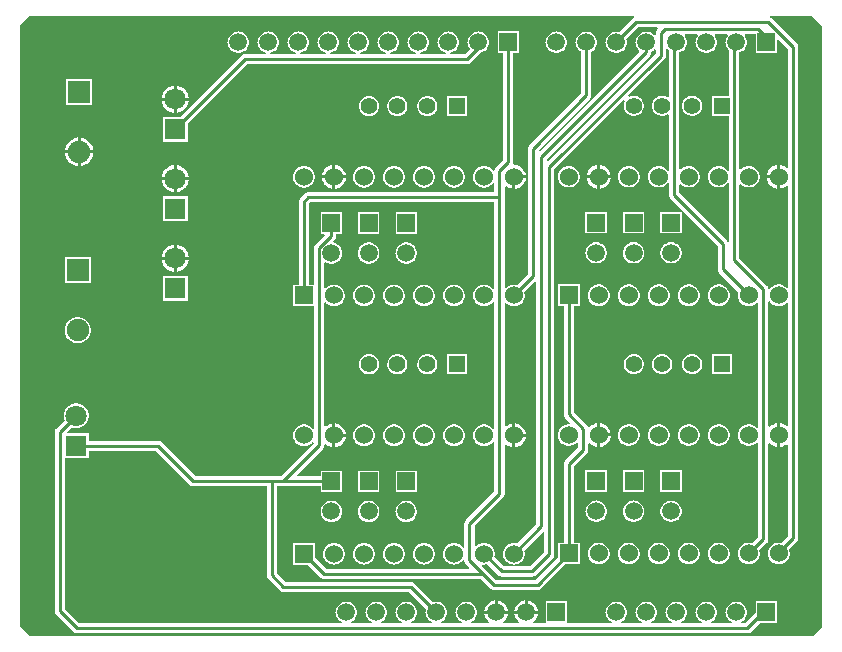
<source format=gbl>
G04*
G04 #@! TF.GenerationSoftware,Altium Limited,Altium Designer,18.1.7 (191)*
G04*
G04 Layer_Physical_Order=2*
G04 Layer_Color=16711680*
%FSLAX44Y44*%
%MOMM*%
G71*
G01*
G75*
%ADD11C,0.2540*%
%ADD36C,1.5240*%
%ADD37R,1.5240X1.5240*%
%ADD38C,1.9000*%
%ADD39R,1.9000X1.9000*%
%ADD40R,1.8000X1.8000*%
%ADD41C,1.8000*%
%ADD42C,1.5000*%
%ADD43R,1.5000X1.5000*%
%ADD44C,1.4000*%
%ADD45R,1.4000X1.4000*%
%ADD46R,1.5000X1.5000*%
G36*
X1397568Y955877D02*
X1397246Y446423D01*
X1389959Y439136D01*
X726941Y439136D01*
X718344Y447766D01*
X718301Y956690D01*
X726278Y964667D01*
X1238318Y964667D01*
X1238507Y963397D01*
X1238441Y963378D01*
X1237700Y962981D01*
X1237049Y962447D01*
X1237049Y962447D01*
X1225594Y950992D01*
X1225351Y951075D01*
X1224190Y951306D01*
X1223010Y951383D01*
X1221830Y951306D01*
X1220669Y951075D01*
X1219549Y950695D01*
X1218488Y950172D01*
X1217505Y949515D01*
X1216615Y948735D01*
X1215835Y947845D01*
X1215178Y946862D01*
X1214655Y945801D01*
X1214275Y944681D01*
X1214044Y943520D01*
X1213967Y942340D01*
X1214044Y941160D01*
X1214275Y939999D01*
X1214655Y938879D01*
X1215178Y937818D01*
X1215835Y936835D01*
X1216615Y935945D01*
X1217505Y935165D01*
X1218488Y934508D01*
X1219549Y933985D01*
X1220669Y933605D01*
X1221830Y933374D01*
X1223010Y933297D01*
X1224190Y933374D01*
X1225351Y933605D01*
X1226471Y933985D01*
X1227532Y934508D01*
X1228515Y935165D01*
X1229405Y935945D01*
X1230185Y936835D01*
X1230842Y937818D01*
X1231365Y938879D01*
X1231745Y939999D01*
X1231976Y941160D01*
X1232053Y942340D01*
X1231976Y943520D01*
X1231745Y944681D01*
X1231662Y944924D01*
X1241861Y955123D01*
X1257779D01*
X1258265Y953950D01*
X1257767Y953452D01*
X1257233Y952801D01*
X1256837Y952059D01*
X1256592Y951255D01*
X1256510Y950417D01*
X1256510Y950417D01*
Y948716D01*
X1255240Y948238D01*
X1254805Y948735D01*
X1253915Y949515D01*
X1252932Y950172D01*
X1251871Y950695D01*
X1250751Y951075D01*
X1249590Y951306D01*
X1248410Y951383D01*
X1247230Y951306D01*
X1246069Y951075D01*
X1244949Y950695D01*
X1243888Y950172D01*
X1242905Y949515D01*
X1242015Y948735D01*
X1241235Y947845D01*
X1240578Y946862D01*
X1240055Y945801D01*
X1239675Y944681D01*
X1239444Y943520D01*
X1239367Y942340D01*
X1239444Y941160D01*
X1239675Y939999D01*
X1240055Y938879D01*
X1240578Y937818D01*
X1241235Y936835D01*
X1242015Y935945D01*
X1242461Y935555D01*
X1242699Y933996D01*
X1158691Y849989D01*
X1157335Y850429D01*
X1157264Y850874D01*
X1200644Y894253D01*
X1200644Y894253D01*
X1201178Y894904D01*
X1201574Y895645D01*
X1201818Y896450D01*
X1201901Y897287D01*
Y934394D01*
X1202132Y934508D01*
X1203115Y935165D01*
X1204005Y935945D01*
X1204785Y936835D01*
X1205442Y937818D01*
X1205965Y938879D01*
X1206345Y939999D01*
X1206576Y941160D01*
X1206653Y942340D01*
X1206576Y943520D01*
X1206345Y944681D01*
X1205965Y945801D01*
X1205442Y946862D01*
X1204785Y947845D01*
X1204005Y948735D01*
X1203115Y949515D01*
X1202132Y950172D01*
X1201071Y950695D01*
X1199951Y951075D01*
X1198790Y951306D01*
X1197610Y951383D01*
X1196430Y951306D01*
X1195269Y951075D01*
X1194149Y950695D01*
X1193088Y950172D01*
X1192105Y949515D01*
X1191215Y948735D01*
X1190435Y947845D01*
X1189778Y946862D01*
X1189255Y945801D01*
X1188875Y944681D01*
X1188644Y943520D01*
X1188567Y942340D01*
X1188644Y941160D01*
X1188875Y939999D01*
X1189255Y938879D01*
X1189778Y937818D01*
X1190435Y936835D01*
X1191215Y935945D01*
X1192105Y935165D01*
X1193088Y934508D01*
X1193319Y934394D01*
Y899065D01*
X1149429Y855174D01*
X1148896Y854524D01*
X1148499Y853783D01*
X1148255Y852978D01*
X1148173Y852141D01*
X1148173Y852140D01*
Y745729D01*
X1139139Y736696D01*
X1138832Y736800D01*
X1137656Y737034D01*
X1136460Y737113D01*
X1135264Y737034D01*
X1134089Y736800D01*
X1132954Y736415D01*
X1131879Y735885D01*
X1130882Y735219D01*
X1129981Y734428D01*
X1129727Y734139D01*
X1128457Y734617D01*
Y811061D01*
Y820095D01*
X1129727Y820670D01*
X1130262Y820201D01*
X1131369Y819461D01*
X1132564Y818872D01*
X1133825Y818444D01*
X1135131Y818184D01*
X1135190Y818180D01*
Y828279D01*
X1136460D01*
Y829549D01*
X1146559D01*
X1146555Y829608D01*
X1146295Y830914D01*
X1145867Y832175D01*
X1145278Y833370D01*
X1144538Y834477D01*
X1143660Y835479D01*
X1142659Y836357D01*
X1141551Y837096D01*
X1140357Y837686D01*
X1139096Y838114D01*
X1137789Y838374D01*
X1136609Y838451D01*
X1136373Y838601D01*
X1135701Y839684D01*
X1135778Y839938D01*
X1135861Y840775D01*
X1135861Y840775D01*
Y933316D01*
X1140594D01*
Y951364D01*
X1122546D01*
Y933316D01*
X1127279D01*
Y842552D01*
X1121132Y836405D01*
X1120599Y835755D01*
X1120202Y835013D01*
X1119958Y834208D01*
X1119915Y833772D01*
X1118732Y833413D01*
X1118625Y833417D01*
X1118330Y833857D01*
X1117540Y834759D01*
X1116639Y835549D01*
X1115642Y836215D01*
X1114567Y836745D01*
X1113432Y837130D01*
X1112256Y837364D01*
X1111060Y837442D01*
X1109864Y837364D01*
X1108689Y837130D01*
X1107554Y836745D01*
X1106479Y836215D01*
X1105482Y835549D01*
X1104581Y834759D01*
X1103790Y833857D01*
X1103124Y832861D01*
X1102594Y831786D01*
X1102209Y830651D01*
X1101975Y829475D01*
X1101897Y828279D01*
X1101975Y827083D01*
X1102209Y825907D01*
X1102594Y824772D01*
X1103124Y823697D01*
X1103790Y822700D01*
X1104581Y821799D01*
X1105482Y821009D01*
X1106479Y820343D01*
X1107554Y819813D01*
X1108689Y819427D01*
X1109864Y819194D01*
X1111060Y819115D01*
X1112256Y819194D01*
X1113432Y819427D01*
X1114567Y819813D01*
X1115642Y820343D01*
X1116639Y821009D01*
X1117540Y821799D01*
X1118330Y822700D01*
X1118606Y823112D01*
X1119876Y822727D01*
Y815352D01*
X962342D01*
X962342Y815352D01*
X961505Y815270D01*
X960700Y815025D01*
X959958Y814629D01*
X959308Y814095D01*
X955626Y810414D01*
X955093Y809764D01*
X954696Y809022D01*
X954452Y808217D01*
X954370Y807380D01*
X954370Y807380D01*
Y737093D01*
X949516D01*
Y718805D01*
X967225D01*
Y615465D01*
X965956Y615079D01*
X965930Y615117D01*
X965140Y616018D01*
X964239Y616809D01*
X963242Y617475D01*
X962167Y618005D01*
X961032Y618390D01*
X959856Y618624D01*
X958660Y618702D01*
X957464Y618624D01*
X956289Y618390D01*
X955154Y618005D01*
X954079Y617475D01*
X953082Y616809D01*
X952181Y616018D01*
X951390Y615117D01*
X950724Y614120D01*
X950194Y613045D01*
X949809Y611910D01*
X949575Y610735D01*
X949497Y609538D01*
X949575Y608342D01*
X949809Y607167D01*
X950194Y606032D01*
X950724Y604957D01*
X951390Y603960D01*
X952181Y603059D01*
X953082Y602268D01*
X954079Y601603D01*
X955154Y601073D01*
X956289Y600687D01*
X957464Y600453D01*
X958660Y600375D01*
X959856Y600453D01*
X961032Y600687D01*
X962167Y601073D01*
X963242Y601603D01*
X964239Y602268D01*
X965140Y603059D01*
X965452Y603415D01*
X966797Y603022D01*
X966893Y602401D01*
X939252Y574760D01*
X866867D01*
X837883Y603744D01*
X837233Y604277D01*
X836491Y604674D01*
X835686Y604918D01*
X834849Y605001D01*
X834849Y605001D01*
X776334D01*
Y611234D01*
X758661D01*
X758175Y612407D01*
X762043Y616275D01*
X763080Y615923D01*
X764433Y615654D01*
X765810Y615563D01*
X767187Y615654D01*
X768540Y615923D01*
X769846Y616366D01*
X771083Y616976D01*
X772230Y617743D01*
X773268Y618652D01*
X774177Y619690D01*
X774944Y620837D01*
X775554Y622074D01*
X775997Y623380D01*
X776266Y624733D01*
X776357Y626110D01*
X776266Y627487D01*
X775997Y628840D01*
X775554Y630146D01*
X774944Y631383D01*
X774177Y632530D01*
X773268Y633568D01*
X772230Y634477D01*
X771083Y635244D01*
X769846Y635854D01*
X768540Y636297D01*
X767187Y636566D01*
X765810Y636657D01*
X764433Y636566D01*
X763080Y636297D01*
X761774Y635854D01*
X760537Y635244D01*
X759390Y634477D01*
X758353Y633568D01*
X757443Y632530D01*
X756676Y631383D01*
X756066Y630146D01*
X755623Y628840D01*
X755354Y627487D01*
X755263Y626110D01*
X755354Y624733D01*
X755623Y623380D01*
X755975Y622343D01*
X748775Y615143D01*
X748241Y614493D01*
X747845Y613751D01*
X747601Y612946D01*
X747518Y612109D01*
X747518Y612109D01*
Y460919D01*
X747518Y460918D01*
X747601Y460081D01*
X747845Y459276D01*
X748241Y458535D01*
X748775Y457884D01*
X763635Y443024D01*
X764285Y442491D01*
X765027Y442094D01*
X765832Y441850D01*
X766669Y441768D01*
X766669Y441768D01*
X1333866Y441768D01*
X1333866Y441768D01*
X1334703Y441850D01*
X1335508Y442094D01*
X1336250Y442491D01*
X1336900Y443024D01*
X1344591Y450716D01*
X1359034D01*
Y468764D01*
X1340986D01*
Y459246D01*
X1332089Y450349D01*
X1328841D01*
X1328545Y451619D01*
X1329132Y451908D01*
X1330115Y452565D01*
X1331005Y453345D01*
X1331785Y454235D01*
X1332442Y455218D01*
X1332965Y456279D01*
X1333345Y457399D01*
X1333576Y458560D01*
X1333653Y459740D01*
X1333576Y460920D01*
X1333345Y462081D01*
X1332965Y463201D01*
X1332442Y464262D01*
X1331785Y465245D01*
X1331005Y466135D01*
X1330115Y466915D01*
X1329132Y467572D01*
X1328071Y468095D01*
X1326951Y468475D01*
X1325790Y468706D01*
X1324610Y468783D01*
X1323430Y468706D01*
X1322269Y468475D01*
X1321149Y468095D01*
X1320088Y467572D01*
X1319105Y466915D01*
X1318215Y466135D01*
X1317435Y465245D01*
X1316778Y464262D01*
X1316255Y463201D01*
X1315875Y462081D01*
X1315644Y460920D01*
X1315567Y459740D01*
X1315644Y458560D01*
X1315875Y457399D01*
X1316255Y456279D01*
X1316778Y455218D01*
X1317435Y454235D01*
X1318215Y453345D01*
X1319105Y452565D01*
X1320088Y451908D01*
X1320675Y451619D01*
X1320379Y450349D01*
X1303441D01*
X1303145Y451619D01*
X1303732Y451908D01*
X1304715Y452565D01*
X1305605Y453345D01*
X1306385Y454235D01*
X1307042Y455218D01*
X1307565Y456279D01*
X1307945Y457399D01*
X1308176Y458560D01*
X1308253Y459740D01*
X1308176Y460920D01*
X1307945Y462081D01*
X1307565Y463201D01*
X1307042Y464262D01*
X1306385Y465245D01*
X1305605Y466135D01*
X1304715Y466915D01*
X1303732Y467572D01*
X1302671Y468095D01*
X1301551Y468475D01*
X1300390Y468706D01*
X1299210Y468783D01*
X1298030Y468706D01*
X1296869Y468475D01*
X1295749Y468095D01*
X1294688Y467572D01*
X1293705Y466915D01*
X1292815Y466135D01*
X1292035Y465245D01*
X1291378Y464262D01*
X1290855Y463201D01*
X1290475Y462081D01*
X1290244Y460920D01*
X1290167Y459740D01*
X1290244Y458560D01*
X1290475Y457399D01*
X1290855Y456279D01*
X1291378Y455218D01*
X1292035Y454235D01*
X1292815Y453345D01*
X1293705Y452565D01*
X1294688Y451908D01*
X1295275Y451619D01*
X1294979Y450349D01*
X1278041D01*
X1277745Y451619D01*
X1278332Y451908D01*
X1279315Y452565D01*
X1280205Y453345D01*
X1280985Y454235D01*
X1281642Y455218D01*
X1282165Y456279D01*
X1282545Y457399D01*
X1282776Y458560D01*
X1282853Y459740D01*
X1282776Y460920D01*
X1282545Y462081D01*
X1282165Y463201D01*
X1281642Y464262D01*
X1280985Y465245D01*
X1280205Y466135D01*
X1279315Y466915D01*
X1278332Y467572D01*
X1277271Y468095D01*
X1276151Y468475D01*
X1274990Y468706D01*
X1273810Y468783D01*
X1272630Y468706D01*
X1271469Y468475D01*
X1270349Y468095D01*
X1269288Y467572D01*
X1268305Y466915D01*
X1267415Y466135D01*
X1266635Y465245D01*
X1265978Y464262D01*
X1265455Y463201D01*
X1265075Y462081D01*
X1264844Y460920D01*
X1264767Y459740D01*
X1264844Y458560D01*
X1265075Y457399D01*
X1265455Y456279D01*
X1265978Y455218D01*
X1266635Y454235D01*
X1267415Y453345D01*
X1268305Y452565D01*
X1269288Y451908D01*
X1269875Y451619D01*
X1269579Y450349D01*
X1252641D01*
X1252345Y451619D01*
X1252932Y451908D01*
X1253915Y452565D01*
X1254805Y453345D01*
X1255585Y454235D01*
X1256242Y455218D01*
X1256765Y456279D01*
X1257145Y457399D01*
X1257376Y458560D01*
X1257453Y459740D01*
X1257376Y460920D01*
X1257145Y462081D01*
X1256765Y463201D01*
X1256242Y464262D01*
X1255585Y465245D01*
X1254805Y466135D01*
X1253915Y466915D01*
X1252932Y467572D01*
X1251871Y468095D01*
X1250751Y468475D01*
X1249590Y468706D01*
X1248410Y468783D01*
X1247230Y468706D01*
X1246069Y468475D01*
X1244949Y468095D01*
X1243888Y467572D01*
X1242905Y466915D01*
X1242015Y466135D01*
X1241235Y465245D01*
X1240578Y464262D01*
X1240055Y463201D01*
X1239675Y462081D01*
X1239444Y460920D01*
X1239367Y459740D01*
X1239444Y458560D01*
X1239675Y457399D01*
X1240055Y456279D01*
X1240578Y455218D01*
X1241235Y454235D01*
X1242015Y453345D01*
X1242905Y452565D01*
X1243888Y451908D01*
X1244475Y451619D01*
X1244179Y450349D01*
X1227241D01*
X1226945Y451619D01*
X1227532Y451908D01*
X1228515Y452565D01*
X1229405Y453345D01*
X1230185Y454235D01*
X1230842Y455218D01*
X1231365Y456279D01*
X1231745Y457399D01*
X1231976Y458560D01*
X1232053Y459740D01*
X1231976Y460920D01*
X1231745Y462081D01*
X1231365Y463201D01*
X1230842Y464262D01*
X1230185Y465245D01*
X1229405Y466135D01*
X1228515Y466915D01*
X1227532Y467572D01*
X1226471Y468095D01*
X1225351Y468475D01*
X1224190Y468706D01*
X1223010Y468783D01*
X1221830Y468706D01*
X1220669Y468475D01*
X1219549Y468095D01*
X1218488Y467572D01*
X1217505Y466915D01*
X1216615Y466135D01*
X1215835Y465245D01*
X1215178Y464262D01*
X1214655Y463201D01*
X1214275Y462081D01*
X1214044Y460920D01*
X1213967Y459740D01*
X1214044Y458560D01*
X1214275Y457399D01*
X1214655Y456279D01*
X1215178Y455218D01*
X1215835Y454235D01*
X1216615Y453345D01*
X1217505Y452565D01*
X1218488Y451908D01*
X1219075Y451619D01*
X1218779Y450349D01*
X1182352Y450349D01*
X1181234Y451619D01*
Y468764D01*
X1163186D01*
Y451619D01*
X1163186Y450716D01*
X1162068Y450349D01*
X1153113Y450349D01*
X1152728Y451619D01*
X1152935Y451758D01*
X1153925Y452625D01*
X1154792Y453615D01*
X1155524Y454709D01*
X1156106Y455890D01*
X1156529Y457136D01*
X1156785Y458427D01*
X1156788Y458470D01*
X1146810D01*
X1136832D01*
X1136835Y458427D01*
X1137091Y457136D01*
X1137514Y455890D01*
X1138096Y454709D01*
X1138828Y453615D01*
X1139695Y452625D01*
X1140685Y451758D01*
X1140892Y451619D01*
X1140507Y450349D01*
X1127713D01*
X1127327Y451619D01*
X1127535Y451758D01*
X1128525Y452625D01*
X1129392Y453615D01*
X1130124Y454709D01*
X1130706Y455890D01*
X1131129Y457136D01*
X1131385Y458427D01*
X1131388Y458470D01*
X1121410D01*
X1111432D01*
X1111435Y458427D01*
X1111691Y457136D01*
X1112114Y455890D01*
X1112697Y454709D01*
X1113428Y453615D01*
X1114295Y452625D01*
X1115285Y451758D01*
X1115492Y451619D01*
X1115107Y450349D01*
X1100241D01*
X1099945Y451619D01*
X1100532Y451908D01*
X1101515Y452565D01*
X1102405Y453345D01*
X1103185Y454235D01*
X1103842Y455218D01*
X1104365Y456279D01*
X1104745Y457399D01*
X1104976Y458560D01*
X1105053Y459740D01*
X1104976Y460920D01*
X1104745Y462081D01*
X1104365Y463201D01*
X1103842Y464262D01*
X1103185Y465245D01*
X1102405Y466135D01*
X1101515Y466915D01*
X1100532Y467572D01*
X1099471Y468095D01*
X1098351Y468475D01*
X1097190Y468706D01*
X1096010Y468783D01*
X1094830Y468706D01*
X1093669Y468475D01*
X1092549Y468095D01*
X1091488Y467572D01*
X1090505Y466915D01*
X1089615Y466135D01*
X1088835Y465245D01*
X1088178Y464262D01*
X1087655Y463201D01*
X1087275Y462081D01*
X1087044Y460920D01*
X1086967Y459740D01*
X1087044Y458560D01*
X1087275Y457399D01*
X1087655Y456279D01*
X1088178Y455218D01*
X1088835Y454235D01*
X1089615Y453345D01*
X1090505Y452565D01*
X1091488Y451908D01*
X1092075Y451619D01*
X1091779Y450349D01*
X1074841D01*
X1074545Y451619D01*
X1075132Y451908D01*
X1076115Y452565D01*
X1077005Y453345D01*
X1077785Y454235D01*
X1078442Y455218D01*
X1078965Y456279D01*
X1079345Y457399D01*
X1079576Y458560D01*
X1079653Y459740D01*
X1079576Y460920D01*
X1079345Y462081D01*
X1078965Y463201D01*
X1078442Y464262D01*
X1077785Y465245D01*
X1077005Y466135D01*
X1076115Y466915D01*
X1075132Y467572D01*
X1074071Y468095D01*
X1072951Y468475D01*
X1071790Y468706D01*
X1070610Y468783D01*
X1069430Y468706D01*
X1068269Y468475D01*
X1068026Y468392D01*
X1052194Y484224D01*
X1051544Y484757D01*
X1050802Y485154D01*
X1049997Y485398D01*
X1049160Y485480D01*
X1049160Y485480D01*
X942807D01*
X935740Y492547D01*
Y566179D01*
X941030D01*
X941030Y566179D01*
X941030Y566179D01*
X972786D01*
Y561446D01*
X990834D01*
Y579494D01*
X972786D01*
Y574760D01*
X953048D01*
X952562Y575934D01*
X974550Y597922D01*
X974550Y597922D01*
X975084Y598572D01*
X975480Y599314D01*
X975724Y600119D01*
X975807Y600956D01*
X975807Y600956D01*
Y601614D01*
X976292Y601948D01*
X977077Y602149D01*
X977862Y601461D01*
X978969Y600721D01*
X980164Y600132D01*
X981425Y599704D01*
X982731Y599444D01*
X982790Y599440D01*
Y609538D01*
Y619637D01*
X982731Y619633D01*
X981425Y619373D01*
X980164Y618945D01*
X978969Y618356D01*
X977862Y617616D01*
X977077Y616928D01*
X976292Y617129D01*
X975807Y617463D01*
Y721616D01*
X975809Y721618D01*
X977077Y722044D01*
X977581Y721469D01*
X978482Y720679D01*
X979479Y720013D01*
X980554Y719483D01*
X981689Y719098D01*
X982864Y718864D01*
X984060Y718785D01*
X985256Y718864D01*
X986432Y719098D01*
X987567Y719483D01*
X988642Y720013D01*
X989639Y720679D01*
X990540Y721469D01*
X991330Y722370D01*
X991996Y723367D01*
X992526Y724442D01*
X992912Y725577D01*
X993146Y726753D01*
X993224Y727949D01*
X993146Y729145D01*
X992912Y730321D01*
X992526Y731456D01*
X991996Y732531D01*
X991330Y733527D01*
X990540Y734428D01*
X989639Y735219D01*
X988642Y735885D01*
X987567Y736415D01*
X986432Y736800D01*
X985256Y737034D01*
X984060Y737113D01*
X982864Y737034D01*
X981689Y736800D01*
X980554Y736415D01*
X979479Y735885D01*
X978482Y735219D01*
X977581Y734428D01*
X977077Y733854D01*
X975809Y734279D01*
X975807Y734281D01*
Y755441D01*
X977077Y756120D01*
X977289Y755978D01*
X978350Y755455D01*
X979470Y755075D01*
X980630Y754844D01*
X981810Y754767D01*
X982991Y754844D01*
X984151Y755075D01*
X985271Y755455D01*
X986332Y755978D01*
X987315Y756635D01*
X988205Y757415D01*
X988985Y758305D01*
X989642Y759288D01*
X990165Y760349D01*
X990545Y761469D01*
X990776Y762630D01*
X990854Y763810D01*
X990776Y764990D01*
X990545Y766151D01*
X990165Y767271D01*
X989642Y768332D01*
X988985Y769315D01*
X988205Y770205D01*
X987315Y770985D01*
X986332Y771642D01*
X985271Y772165D01*
X984151Y772545D01*
X983901Y772595D01*
X983483Y773973D01*
X984844Y775334D01*
X984844Y775334D01*
X985378Y775984D01*
X985774Y776726D01*
X986018Y777531D01*
X986101Y778368D01*
X986101Y778368D01*
Y780186D01*
X990834D01*
Y798234D01*
X972786D01*
Y780186D01*
X975764D01*
X976290Y778916D01*
X968482Y771108D01*
X967949Y770458D01*
X967552Y769716D01*
X967308Y768911D01*
X967225Y768074D01*
X967225Y768074D01*
Y737093D01*
X962951D01*
Y805603D01*
X964119Y806771D01*
X1119876D01*
Y733501D01*
X1118606Y733115D01*
X1118330Y733527D01*
X1117540Y734428D01*
X1116639Y735219D01*
X1115642Y735885D01*
X1114567Y736415D01*
X1113432Y736800D01*
X1112256Y737034D01*
X1111060Y737113D01*
X1109864Y737034D01*
X1108689Y736800D01*
X1107554Y736415D01*
X1106479Y735885D01*
X1105482Y735219D01*
X1104581Y734428D01*
X1103790Y733527D01*
X1103124Y732531D01*
X1102594Y731456D01*
X1102209Y730321D01*
X1101975Y729145D01*
X1101897Y727949D01*
X1101975Y726753D01*
X1102209Y725577D01*
X1102594Y724442D01*
X1103124Y723367D01*
X1103790Y722370D01*
X1104581Y721469D01*
X1105482Y720679D01*
X1106479Y720013D01*
X1107554Y719483D01*
X1108689Y719098D01*
X1109864Y718864D01*
X1111060Y718785D01*
X1112256Y718864D01*
X1113432Y719098D01*
X1114567Y719483D01*
X1115642Y720013D01*
X1116639Y720679D01*
X1117540Y721469D01*
X1118330Y722370D01*
X1118606Y722783D01*
X1119876Y722397D01*
Y615090D01*
X1118606Y614705D01*
X1118330Y615117D01*
X1117540Y616018D01*
X1116639Y616809D01*
X1115642Y617475D01*
X1114567Y618005D01*
X1113432Y618390D01*
X1112256Y618624D01*
X1111060Y618702D01*
X1109864Y618624D01*
X1108689Y618390D01*
X1107554Y618005D01*
X1106479Y617475D01*
X1105482Y616809D01*
X1104581Y616018D01*
X1103790Y615117D01*
X1103124Y614120D01*
X1102594Y613045D01*
X1102209Y611910D01*
X1101975Y610735D01*
X1101897Y609538D01*
X1101975Y608342D01*
X1102209Y607167D01*
X1102594Y606032D01*
X1103124Y604957D01*
X1103790Y603960D01*
X1104581Y603059D01*
X1105482Y602268D01*
X1106479Y601603D01*
X1107554Y601073D01*
X1108689Y600687D01*
X1109864Y600453D01*
X1111060Y600375D01*
X1112256Y600453D01*
X1113432Y600687D01*
X1114567Y601073D01*
X1115642Y601603D01*
X1116639Y602268D01*
X1117540Y603059D01*
X1118330Y603960D01*
X1118606Y604372D01*
X1119876Y603987D01*
Y561889D01*
X1096099Y538113D01*
X1096099Y538112D01*
X1095732Y537746D01*
X1095199Y537095D01*
X1094802Y536354D01*
X1094558Y535549D01*
X1094476Y534712D01*
X1094476Y534711D01*
Y514760D01*
X1093206Y514375D01*
X1092930Y514787D01*
X1092140Y515688D01*
X1091239Y516479D01*
X1090242Y517145D01*
X1089167Y517675D01*
X1088032Y518060D01*
X1086856Y518294D01*
X1085660Y518372D01*
X1084464Y518294D01*
X1083289Y518060D01*
X1082154Y517675D01*
X1081078Y517145D01*
X1080082Y516479D01*
X1079181Y515688D01*
X1078390Y514787D01*
X1077724Y513790D01*
X1077194Y512715D01*
X1076809Y511580D01*
X1076575Y510405D01*
X1076497Y509208D01*
X1076575Y508012D01*
X1076809Y506837D01*
X1077194Y505702D01*
X1077724Y504627D01*
X1078390Y503630D01*
X1079181Y502729D01*
X1080082Y501939D01*
X1081078Y501273D01*
X1082154Y500742D01*
X1083289Y500357D01*
X1084464Y500123D01*
X1085660Y500045D01*
X1086856Y500123D01*
X1088032Y500357D01*
X1089167Y500742D01*
X1090242Y501273D01*
X1091239Y501939D01*
X1092140Y502729D01*
X1092930Y503630D01*
X1093159Y503973D01*
X1094347Y503766D01*
X1094484Y503669D01*
X1094558Y502912D01*
X1094802Y502107D01*
X1095199Y501365D01*
X1095732Y500715D01*
X1098608Y497840D01*
X1098122Y496666D01*
X977270D01*
X967804Y506132D01*
Y518353D01*
X949516D01*
Y500065D01*
X961736D01*
X972459Y489342D01*
X972459Y489342D01*
X973109Y488808D01*
X973851Y488412D01*
X974656Y488168D01*
X975493Y488085D01*
X975493Y488085D01*
X1108362D01*
X1116469Y479978D01*
X1116470Y479978D01*
X1117120Y479444D01*
X1117862Y479048D01*
X1118667Y478804D01*
X1119504Y478721D01*
X1156505D01*
X1156505Y478721D01*
X1157342Y478804D01*
X1158147Y479048D01*
X1158889Y479444D01*
X1159539Y479978D01*
X1179817Y500256D01*
X1192037D01*
Y518544D01*
X1187184D01*
Y583365D01*
X1198221Y594402D01*
X1198755Y595052D01*
X1199151Y595794D01*
X1199395Y596599D01*
X1199478Y597436D01*
X1199478Y597436D01*
Y602447D01*
X1200748Y602925D01*
X1201093Y602530D01*
X1202095Y601652D01*
X1203202Y600912D01*
X1204397Y600323D01*
X1205658Y599895D01*
X1206964Y599635D01*
X1207023Y599631D01*
Y609730D01*
Y619828D01*
X1206964Y619825D01*
X1205658Y619565D01*
X1204397Y619137D01*
X1203202Y618548D01*
X1202095Y617808D01*
X1201093Y616930D01*
X1200531Y616289D01*
X1199314Y616434D01*
X1199104Y616552D01*
X1198755Y617206D01*
X1198221Y617856D01*
X1187184Y628894D01*
Y718996D01*
X1192037D01*
Y737284D01*
X1173749D01*
Y718996D01*
X1178602D01*
Y627117D01*
X1178602Y627116D01*
X1178685Y626279D01*
X1178929Y625474D01*
X1179325Y624733D01*
X1179859Y624082D01*
X1183837Y620104D01*
X1183277Y618868D01*
X1182893Y618894D01*
X1181697Y618815D01*
X1180521Y618581D01*
X1179386Y618196D01*
X1178311Y617666D01*
X1177315Y617000D01*
X1176413Y616210D01*
X1175623Y615308D01*
X1174957Y614312D01*
X1174427Y613237D01*
X1174042Y612102D01*
X1173808Y610926D01*
X1173729Y609730D01*
X1173808Y608534D01*
X1174042Y607358D01*
X1174427Y606223D01*
X1174957Y605148D01*
X1175623Y604151D01*
X1176413Y603250D01*
X1177315Y602460D01*
X1178311Y601794D01*
X1179386Y601264D01*
X1180521Y600879D01*
X1181697Y600645D01*
X1182893Y600566D01*
X1184089Y600645D01*
X1185265Y600879D01*
X1186400Y601264D01*
X1187475Y601794D01*
X1188472Y602460D01*
X1189373Y603250D01*
X1189626Y603540D01*
X1190896Y603062D01*
Y599213D01*
X1179859Y588176D01*
X1179325Y587526D01*
X1178929Y586784D01*
X1178685Y585979D01*
X1178602Y585142D01*
X1178602Y585142D01*
Y518544D01*
X1173749D01*
Y506324D01*
X1154728Y487303D01*
X1121281D01*
X1113174Y495410D01*
X1113173Y495410D01*
X1109691Y498893D01*
X1109700Y498957D01*
X1110284Y500096D01*
X1111060Y500045D01*
X1112256Y500123D01*
X1113432Y500357D01*
X1113739Y500462D01*
X1123056Y491145D01*
X1123706Y490611D01*
X1124448Y490215D01*
X1125253Y489971D01*
X1126090Y489888D01*
X1126090Y489888D01*
X1151878D01*
X1151878Y489888D01*
X1152715Y489971D01*
X1153520Y490215D01*
X1154262Y490611D01*
X1154912Y491145D01*
X1169481Y505714D01*
X1169482Y505714D01*
X1170015Y506365D01*
X1170412Y507107D01*
X1170656Y507911D01*
X1170738Y508748D01*
X1170738Y834719D01*
X1229225Y893206D01*
X1230271Y892456D01*
X1229985Y891876D01*
X1229626Y890818D01*
X1229408Y889722D01*
X1229335Y888607D01*
X1229408Y887492D01*
X1229626Y886396D01*
X1229985Y885338D01*
X1230479Y884336D01*
X1231100Y883407D01*
X1231837Y882567D01*
X1232677Y881830D01*
X1233606Y881209D01*
X1234608Y880715D01*
X1235666Y880356D01*
X1236762Y880138D01*
X1237877Y880065D01*
X1238992Y880138D01*
X1240088Y880356D01*
X1241146Y880715D01*
X1242148Y881209D01*
X1243077Y881830D01*
X1243917Y882567D01*
X1244654Y883407D01*
X1245275Y884336D01*
X1245769Y885338D01*
X1246128Y886396D01*
X1246346Y887492D01*
X1246419Y888607D01*
X1246346Y889722D01*
X1246128Y890818D01*
X1245769Y891876D01*
X1245275Y892878D01*
X1244654Y893807D01*
X1243917Y894647D01*
X1243077Y895384D01*
X1242148Y896005D01*
X1241146Y896499D01*
X1240088Y896858D01*
X1238992Y897076D01*
X1237877Y897149D01*
X1236762Y897076D01*
X1235666Y896858D01*
X1234608Y896499D01*
X1234028Y896213D01*
X1233278Y897259D01*
X1263834Y927815D01*
X1263835Y927816D01*
X1264368Y928466D01*
X1264765Y929208D01*
X1265009Y930013D01*
X1265091Y930850D01*
Y936860D01*
X1266361Y937245D01*
X1266635Y936835D01*
X1267415Y935945D01*
X1267908Y935513D01*
Y896443D01*
X1266638Y895764D01*
X1266278Y896005D01*
X1265276Y896499D01*
X1264218Y896858D01*
X1263122Y897076D01*
X1262007Y897149D01*
X1260892Y897076D01*
X1259796Y896858D01*
X1258738Y896499D01*
X1257736Y896005D01*
X1256807Y895384D01*
X1255967Y894647D01*
X1255230Y893807D01*
X1254609Y892878D01*
X1254115Y891876D01*
X1253756Y890818D01*
X1253538Y889722D01*
X1253465Y888607D01*
X1253538Y887492D01*
X1253756Y886396D01*
X1254115Y885338D01*
X1254609Y884336D01*
X1255230Y883407D01*
X1255967Y882567D01*
X1256807Y881830D01*
X1257736Y881209D01*
X1258738Y880715D01*
X1259796Y880356D01*
X1260892Y880138D01*
X1262007Y880065D01*
X1263122Y880138D01*
X1264218Y880356D01*
X1265276Y880715D01*
X1266278Y881209D01*
X1266638Y881450D01*
X1267908Y880771D01*
Y834022D01*
X1266638Y833637D01*
X1266363Y834049D01*
X1265573Y834950D01*
X1264671Y835740D01*
X1263675Y836406D01*
X1262600Y836936D01*
X1261465Y837322D01*
X1260289Y837555D01*
X1259093Y837634D01*
X1257897Y837555D01*
X1256721Y837322D01*
X1255586Y836936D01*
X1254511Y836406D01*
X1253515Y835740D01*
X1252613Y834950D01*
X1251823Y834049D01*
X1251157Y833052D01*
X1250627Y831977D01*
X1250242Y830842D01*
X1250008Y829666D01*
X1249929Y828470D01*
X1250008Y827274D01*
X1250242Y826099D01*
X1250627Y824964D01*
X1251157Y823888D01*
X1251823Y822892D01*
X1252613Y821991D01*
X1253515Y821200D01*
X1254511Y820534D01*
X1255586Y820004D01*
X1256721Y819619D01*
X1257897Y819385D01*
X1259093Y819307D01*
X1260289Y819385D01*
X1261465Y819619D01*
X1262600Y820004D01*
X1263675Y820534D01*
X1264671Y821200D01*
X1265573Y821991D01*
X1266363Y822892D01*
X1266638Y823304D01*
X1267908Y822919D01*
Y812704D01*
X1267908Y812703D01*
X1267991Y811866D01*
X1268235Y811061D01*
X1268632Y810320D01*
X1269165Y809669D01*
X1309182Y769653D01*
Y749961D01*
X1309182Y749961D01*
X1309264Y749124D01*
X1309508Y748319D01*
X1309905Y747577D01*
X1310439Y746927D01*
X1326546Y730819D01*
X1326442Y730512D01*
X1326208Y729336D01*
X1326129Y728140D01*
X1326208Y726944D01*
X1326442Y725769D01*
X1326827Y724633D01*
X1327357Y723559D01*
X1328023Y722562D01*
X1328813Y721661D01*
X1329715Y720870D01*
X1330711Y720204D01*
X1331786Y719674D01*
X1332921Y719289D01*
X1334097Y719055D01*
X1335293Y718977D01*
X1336489Y719055D01*
X1337665Y719289D01*
X1338800Y719674D01*
X1339875Y720204D01*
X1340871Y720870D01*
X1341773Y721661D01*
X1342026Y721950D01*
X1343296Y721472D01*
Y616398D01*
X1342026Y615920D01*
X1341773Y616210D01*
X1340871Y617000D01*
X1339875Y617666D01*
X1338800Y618196D01*
X1337665Y618581D01*
X1336489Y618815D01*
X1335293Y618894D01*
X1334097Y618815D01*
X1332921Y618581D01*
X1331786Y618196D01*
X1330711Y617666D01*
X1329715Y617000D01*
X1328813Y616210D01*
X1328023Y615308D01*
X1327357Y614312D01*
X1326827Y613237D01*
X1326442Y612102D01*
X1326208Y610926D01*
X1326129Y609730D01*
X1326208Y608534D01*
X1326442Y607358D01*
X1326827Y606223D01*
X1327357Y605148D01*
X1328023Y604151D01*
X1328813Y603250D01*
X1329715Y602460D01*
X1330711Y601794D01*
X1331786Y601264D01*
X1332921Y600879D01*
X1334097Y600645D01*
X1335293Y600566D01*
X1336489Y600645D01*
X1337665Y600879D01*
X1338800Y601264D01*
X1339875Y601794D01*
X1340871Y602460D01*
X1341773Y603250D01*
X1342026Y603540D01*
X1343296Y603062D01*
Y523471D01*
X1337972Y518147D01*
X1337665Y518251D01*
X1336489Y518485D01*
X1335293Y518564D01*
X1334097Y518485D01*
X1332921Y518251D01*
X1331786Y517866D01*
X1330711Y517336D01*
X1329715Y516670D01*
X1328813Y515880D01*
X1328023Y514978D01*
X1327357Y513982D01*
X1326827Y512907D01*
X1326442Y511772D01*
X1326208Y510596D01*
X1326129Y509400D01*
X1326208Y508204D01*
X1326442Y507028D01*
X1326827Y505893D01*
X1327357Y504818D01*
X1328023Y503821D01*
X1328813Y502920D01*
X1329715Y502130D01*
X1330711Y501464D01*
X1331786Y500934D01*
X1332921Y500549D01*
X1334097Y500315D01*
X1335293Y500236D01*
X1336489Y500315D01*
X1337665Y500549D01*
X1338800Y500934D01*
X1339875Y501464D01*
X1340871Y502130D01*
X1341773Y502920D01*
X1342563Y503821D01*
X1343229Y504818D01*
X1343759Y505893D01*
X1344144Y507028D01*
X1344378Y508204D01*
X1344457Y509400D01*
X1344378Y510596D01*
X1344144Y511772D01*
X1344040Y512079D01*
X1350621Y518660D01*
X1351155Y519310D01*
X1351551Y520052D01*
X1351795Y520857D01*
X1351878Y521694D01*
X1351878Y521694D01*
Y602447D01*
X1353148Y602925D01*
X1353493Y602530D01*
X1354495Y601652D01*
X1355602Y600912D01*
X1356797Y600323D01*
X1358058Y599895D01*
X1359364Y599635D01*
X1359423Y599631D01*
Y609730D01*
Y619828D01*
X1359364Y619825D01*
X1358058Y619565D01*
X1356797Y619137D01*
X1355602Y618548D01*
X1354495Y617808D01*
X1353493Y616930D01*
X1353148Y616535D01*
X1351878Y617013D01*
Y722589D01*
X1353148Y722974D01*
X1353423Y722562D01*
X1354213Y721661D01*
X1355115Y720870D01*
X1356111Y720204D01*
X1357186Y719674D01*
X1358321Y719289D01*
X1359497Y719055D01*
X1360693Y718977D01*
X1361889Y719055D01*
X1363065Y719289D01*
X1364200Y719674D01*
X1365275Y720204D01*
X1366272Y720870D01*
X1367173Y721661D01*
X1367426Y721950D01*
X1368696Y721472D01*
Y617914D01*
X1367426Y617338D01*
X1366891Y617808D01*
X1365784Y618548D01*
X1364589Y619137D01*
X1363328Y619565D01*
X1362022Y619825D01*
X1361963Y619828D01*
Y609730D01*
Y599631D01*
X1362022Y599635D01*
X1363328Y599895D01*
X1364589Y600323D01*
X1365784Y600912D01*
X1366891Y601652D01*
X1367426Y602121D01*
X1368696Y601546D01*
Y524532D01*
X1362523Y518359D01*
X1361889Y518485D01*
X1360693Y518564D01*
X1359497Y518485D01*
X1358321Y518251D01*
X1357186Y517866D01*
X1356111Y517336D01*
X1355115Y516670D01*
X1354213Y515880D01*
X1353423Y514978D01*
X1352757Y513982D01*
X1352227Y512907D01*
X1351842Y511772D01*
X1351608Y510596D01*
X1351529Y509400D01*
X1351608Y508204D01*
X1351842Y507028D01*
X1352227Y505893D01*
X1352757Y504818D01*
X1353423Y503821D01*
X1354213Y502920D01*
X1355115Y502130D01*
X1356111Y501464D01*
X1357186Y500934D01*
X1358321Y500549D01*
X1359497Y500315D01*
X1360693Y500236D01*
X1361889Y500315D01*
X1363065Y500549D01*
X1364200Y500934D01*
X1365275Y501464D01*
X1366272Y502130D01*
X1367173Y502920D01*
X1367963Y503821D01*
X1368629Y504818D01*
X1369159Y505893D01*
X1369544Y507028D01*
X1369778Y508204D01*
X1369857Y509400D01*
X1369778Y510596D01*
X1369544Y511772D01*
X1369171Y512871D01*
X1376021Y519721D01*
X1376555Y520371D01*
X1376951Y521113D01*
X1377195Y521918D01*
X1377278Y522755D01*
X1377278Y522755D01*
Y938314D01*
X1377278Y938314D01*
X1377195Y939151D01*
X1376951Y939956D01*
X1376555Y940698D01*
X1376021Y941348D01*
X1376021Y941348D01*
X1354922Y962447D01*
X1354272Y962981D01*
X1353530Y963378D01*
X1353465Y963397D01*
X1353653Y964667D01*
X1388778D01*
X1397568Y955877D01*
D02*
G37*
G36*
X1317559Y947986D02*
X1317435Y947845D01*
X1316778Y946862D01*
X1316255Y945801D01*
X1315875Y944681D01*
X1315644Y943520D01*
X1315567Y942340D01*
X1315644Y941160D01*
X1315875Y939999D01*
X1316255Y938879D01*
X1316778Y937818D01*
X1317435Y936835D01*
X1318215Y935945D01*
X1318708Y935513D01*
Y897131D01*
X1304283D01*
Y880083D01*
X1318708D01*
Y834022D01*
X1317438Y833637D01*
X1317163Y834049D01*
X1316373Y834950D01*
X1315471Y835740D01*
X1314475Y836406D01*
X1313400Y836936D01*
X1312265Y837322D01*
X1311089Y837555D01*
X1309893Y837634D01*
X1308697Y837555D01*
X1307521Y837322D01*
X1306386Y836936D01*
X1305311Y836406D01*
X1304315Y835740D01*
X1303413Y834950D01*
X1302623Y834049D01*
X1301957Y833052D01*
X1301427Y831977D01*
X1301042Y830842D01*
X1300808Y829666D01*
X1300729Y828470D01*
X1300808Y827274D01*
X1301042Y826099D01*
X1301427Y824964D01*
X1301957Y823888D01*
X1302623Y822892D01*
X1303413Y821991D01*
X1304315Y821200D01*
X1305311Y820534D01*
X1306386Y820004D01*
X1307521Y819619D01*
X1308697Y819385D01*
X1309893Y819307D01*
X1311089Y819385D01*
X1312265Y819619D01*
X1313400Y820004D01*
X1314475Y820534D01*
X1315471Y821200D01*
X1316373Y821991D01*
X1317163Y822892D01*
X1317438Y823304D01*
X1318708Y822919D01*
Y773254D01*
X1317438Y773066D01*
X1317437Y773072D01*
X1317040Y773814D01*
X1316506Y774464D01*
X1316506Y774464D01*
X1276490Y814481D01*
Y821802D01*
X1277760Y822280D01*
X1278013Y821991D01*
X1278915Y821200D01*
X1279911Y820534D01*
X1280986Y820004D01*
X1282121Y819619D01*
X1283297Y819385D01*
X1284493Y819307D01*
X1285689Y819385D01*
X1286865Y819619D01*
X1288000Y820004D01*
X1289075Y820534D01*
X1290072Y821200D01*
X1290973Y821991D01*
X1291763Y822892D01*
X1292429Y823888D01*
X1292959Y824964D01*
X1293344Y826099D01*
X1293578Y827274D01*
X1293657Y828470D01*
X1293578Y829666D01*
X1293344Y830842D01*
X1292959Y831977D01*
X1292429Y833052D01*
X1291763Y834049D01*
X1290973Y834950D01*
X1290072Y835740D01*
X1289075Y836406D01*
X1288000Y836936D01*
X1286865Y837322D01*
X1285689Y837555D01*
X1284493Y837634D01*
X1283297Y837555D01*
X1282121Y837322D01*
X1280986Y836936D01*
X1279911Y836406D01*
X1278915Y835740D01*
X1278013Y834950D01*
X1277760Y834661D01*
X1276490Y835139D01*
Y933720D01*
X1277271Y933985D01*
X1278332Y934508D01*
X1279315Y935165D01*
X1280205Y935945D01*
X1280985Y936835D01*
X1281642Y937818D01*
X1282165Y938879D01*
X1282545Y939999D01*
X1282776Y941160D01*
X1282853Y942340D01*
X1282776Y943520D01*
X1282545Y944681D01*
X1282165Y945801D01*
X1281642Y946862D01*
X1280985Y947845D01*
X1280861Y947986D01*
X1281436Y949256D01*
X1291584D01*
X1292159Y947986D01*
X1292035Y947845D01*
X1291378Y946862D01*
X1290855Y945801D01*
X1290475Y944681D01*
X1290244Y943520D01*
X1290167Y942340D01*
X1290244Y941160D01*
X1290475Y939999D01*
X1290855Y938879D01*
X1291378Y937818D01*
X1292035Y936835D01*
X1292815Y935945D01*
X1293705Y935165D01*
X1294688Y934508D01*
X1295749Y933985D01*
X1296869Y933605D01*
X1298030Y933374D01*
X1299210Y933297D01*
X1300390Y933374D01*
X1301551Y933605D01*
X1302671Y933985D01*
X1303732Y934508D01*
X1304715Y935165D01*
X1305605Y935945D01*
X1306385Y936835D01*
X1307042Y937818D01*
X1307565Y938879D01*
X1307945Y939999D01*
X1308176Y941160D01*
X1308253Y942340D01*
X1308176Y943520D01*
X1307945Y944681D01*
X1307565Y945801D01*
X1307042Y946862D01*
X1306385Y947845D01*
X1306261Y947986D01*
X1306836Y949256D01*
X1316984D01*
X1317559Y947986D01*
D02*
G37*
G36*
X1256510Y935964D02*
Y932627D01*
X1165241Y841357D01*
X1164067Y841843D01*
Y843229D01*
X1251444Y930605D01*
X1251444Y930605D01*
X1251977Y931256D01*
X1252374Y931997D01*
X1252618Y932802D01*
X1252701Y933639D01*
Y934394D01*
X1252932Y934508D01*
X1253915Y935165D01*
X1254805Y935945D01*
X1255240Y936442D01*
X1256510Y935964D01*
D02*
G37*
G36*
X1340986Y933316D02*
X1359034D01*
Y944540D01*
X1360207Y945026D01*
X1368696Y936537D01*
Y836654D01*
X1367426Y836079D01*
X1366891Y836548D01*
X1365784Y837288D01*
X1364589Y837877D01*
X1363328Y838305D01*
X1362022Y838565D01*
X1361963Y838569D01*
Y828470D01*
Y818372D01*
X1362022Y818376D01*
X1363328Y818635D01*
X1364589Y819063D01*
X1365784Y819653D01*
X1366891Y820393D01*
X1367426Y820862D01*
X1368696Y820286D01*
Y734809D01*
X1367426Y734331D01*
X1367173Y734620D01*
X1366272Y735410D01*
X1365275Y736076D01*
X1364200Y736606D01*
X1363065Y736992D01*
X1361889Y737225D01*
X1360693Y737304D01*
X1359497Y737225D01*
X1358321Y736992D01*
X1357186Y736606D01*
X1356111Y736076D01*
X1355115Y735410D01*
X1354213Y734620D01*
X1353423Y733719D01*
X1353129Y733278D01*
X1353022Y733274D01*
X1351838Y733633D01*
X1351795Y734070D01*
X1351551Y734875D01*
X1351155Y735616D01*
X1350621Y736266D01*
X1327290Y759598D01*
Y821802D01*
X1328560Y822280D01*
X1328813Y821991D01*
X1329715Y821200D01*
X1330711Y820534D01*
X1331786Y820004D01*
X1332921Y819619D01*
X1334097Y819385D01*
X1335293Y819307D01*
X1336489Y819385D01*
X1337665Y819619D01*
X1338800Y820004D01*
X1339875Y820534D01*
X1340871Y821200D01*
X1341773Y821991D01*
X1342563Y822892D01*
X1343229Y823888D01*
X1343759Y824964D01*
X1344144Y826099D01*
X1344378Y827274D01*
X1344457Y828470D01*
X1344378Y829666D01*
X1344144Y830842D01*
X1343759Y831977D01*
X1343229Y833052D01*
X1342563Y834049D01*
X1341773Y834950D01*
X1340871Y835740D01*
X1339875Y836406D01*
X1338800Y836936D01*
X1337665Y837322D01*
X1336489Y837555D01*
X1335293Y837634D01*
X1334097Y837555D01*
X1332921Y837322D01*
X1331786Y836936D01*
X1330711Y836406D01*
X1329715Y835740D01*
X1328813Y834950D01*
X1328560Y834661D01*
X1327290Y835139D01*
Y933720D01*
X1328071Y933985D01*
X1329132Y934508D01*
X1330115Y935165D01*
X1331005Y935945D01*
X1331785Y936835D01*
X1332442Y937818D01*
X1332965Y938879D01*
X1333345Y939999D01*
X1333576Y941160D01*
X1333653Y942340D01*
X1333576Y943520D01*
X1333345Y944681D01*
X1332965Y945801D01*
X1332442Y946862D01*
X1331785Y947845D01*
X1331661Y947986D01*
X1332236Y949256D01*
X1340986D01*
Y933316D01*
D02*
G37*
G36*
X1155486Y739247D02*
Y534302D01*
X1139139Y517956D01*
X1138832Y518060D01*
X1137656Y518294D01*
X1136460Y518372D01*
X1135264Y518294D01*
X1134089Y518060D01*
X1132954Y517675D01*
X1131879Y517145D01*
X1130882Y516479D01*
X1129981Y515688D01*
X1129190Y514787D01*
X1128524Y513790D01*
X1127994Y512715D01*
X1127609Y511580D01*
X1127375Y510405D01*
X1127297Y509208D01*
X1127375Y508012D01*
X1127609Y506837D01*
X1127994Y505702D01*
X1128524Y504627D01*
X1129190Y503630D01*
X1129981Y502729D01*
X1130882Y501939D01*
X1131879Y501273D01*
X1132954Y500742D01*
X1134089Y500357D01*
X1135264Y500123D01*
X1136460Y500045D01*
X1137656Y500123D01*
X1138832Y500357D01*
X1139967Y500742D01*
X1141042Y501273D01*
X1142039Y501939D01*
X1142940Y502729D01*
X1143730Y503630D01*
X1144396Y504627D01*
X1144926Y505702D01*
X1145312Y506837D01*
X1145546Y508012D01*
X1145624Y509208D01*
X1145546Y510405D01*
X1145312Y511580D01*
X1145207Y511888D01*
X1160984Y527664D01*
X1162157Y527178D01*
Y510526D01*
X1150101Y498470D01*
X1127867D01*
X1119807Y506529D01*
X1119912Y506837D01*
X1120145Y508012D01*
X1120224Y509208D01*
X1120145Y510405D01*
X1119912Y511580D01*
X1119526Y512715D01*
X1118996Y513790D01*
X1118330Y514787D01*
X1117540Y515688D01*
X1116639Y516479D01*
X1115642Y517145D01*
X1114567Y517675D01*
X1113432Y518060D01*
X1112256Y518294D01*
X1111060Y518372D01*
X1109864Y518294D01*
X1108689Y518060D01*
X1107554Y517675D01*
X1106479Y517145D01*
X1105482Y516479D01*
X1104581Y515688D01*
X1104327Y515399D01*
X1103057Y515877D01*
Y532934D01*
X1127200Y557077D01*
X1127200Y557078D01*
X1127734Y557728D01*
X1128130Y558470D01*
X1128374Y559274D01*
X1128457Y560112D01*
X1128457Y560112D01*
Y601355D01*
X1129727Y601930D01*
X1130262Y601461D01*
X1131369Y600721D01*
X1132564Y600132D01*
X1133825Y599704D01*
X1135131Y599444D01*
X1135190Y599440D01*
Y609538D01*
Y619637D01*
X1135131Y619633D01*
X1133825Y619373D01*
X1132564Y618945D01*
X1131369Y618356D01*
X1130262Y617616D01*
X1129727Y617147D01*
X1128457Y617723D01*
Y721281D01*
X1129727Y721758D01*
X1129981Y721469D01*
X1130882Y720679D01*
X1131879Y720013D01*
X1132954Y719483D01*
X1134089Y719098D01*
X1135264Y718864D01*
X1136460Y718785D01*
X1137656Y718864D01*
X1138832Y719098D01*
X1139967Y719483D01*
X1141042Y720013D01*
X1142039Y720679D01*
X1142940Y721469D01*
X1143730Y722370D01*
X1144396Y723367D01*
X1144926Y724442D01*
X1145312Y725577D01*
X1145546Y726753D01*
X1145624Y727949D01*
X1145546Y729145D01*
X1145312Y730321D01*
X1145207Y730628D01*
X1154313Y739733D01*
X1155486Y739247D01*
D02*
G37*
G36*
X862056Y567436D02*
X862056Y567436D01*
X862706Y566902D01*
X863448Y566506D01*
X864253Y566261D01*
X865090Y566179D01*
X865090Y566179D01*
X927159D01*
Y490770D01*
X927159Y490770D01*
X927241Y489933D01*
X927485Y489128D01*
X927882Y488386D01*
X928415Y487736D01*
X937996Y478156D01*
X937996Y478156D01*
X938646Y477622D01*
X939388Y477226D01*
X940193Y476982D01*
X941030Y476899D01*
X1047383D01*
X1061958Y462324D01*
X1061875Y462081D01*
X1061644Y460920D01*
X1061567Y459740D01*
X1061644Y458560D01*
X1061875Y457399D01*
X1062255Y456279D01*
X1062778Y455218D01*
X1063435Y454235D01*
X1064215Y453345D01*
X1065105Y452565D01*
X1066088Y451908D01*
X1066675Y451619D01*
X1066379Y450349D01*
X1049441D01*
X1049145Y451619D01*
X1049732Y451908D01*
X1050715Y452565D01*
X1051605Y453345D01*
X1052385Y454235D01*
X1053042Y455218D01*
X1053565Y456279D01*
X1053945Y457399D01*
X1054176Y458560D01*
X1054253Y459740D01*
X1054176Y460920D01*
X1053945Y462081D01*
X1053565Y463201D01*
X1053042Y464262D01*
X1052385Y465245D01*
X1051605Y466135D01*
X1050715Y466915D01*
X1049732Y467572D01*
X1048671Y468095D01*
X1047551Y468475D01*
X1046390Y468706D01*
X1045210Y468783D01*
X1044030Y468706D01*
X1042869Y468475D01*
X1041749Y468095D01*
X1040688Y467572D01*
X1039705Y466915D01*
X1038815Y466135D01*
X1038035Y465245D01*
X1037378Y464262D01*
X1036855Y463201D01*
X1036475Y462081D01*
X1036244Y460920D01*
X1036167Y459740D01*
X1036244Y458560D01*
X1036475Y457399D01*
X1036855Y456279D01*
X1037378Y455218D01*
X1038035Y454235D01*
X1038815Y453345D01*
X1039705Y452565D01*
X1040688Y451908D01*
X1041275Y451619D01*
X1040979Y450349D01*
X1024041D01*
X1023745Y451619D01*
X1024332Y451908D01*
X1025315Y452565D01*
X1026205Y453345D01*
X1026985Y454235D01*
X1027642Y455218D01*
X1028165Y456279D01*
X1028545Y457399D01*
X1028776Y458560D01*
X1028853Y459740D01*
X1028776Y460920D01*
X1028545Y462081D01*
X1028165Y463201D01*
X1027642Y464262D01*
X1026985Y465245D01*
X1026205Y466135D01*
X1025315Y466915D01*
X1024332Y467572D01*
X1023271Y468095D01*
X1022151Y468475D01*
X1020990Y468706D01*
X1019810Y468783D01*
X1018630Y468706D01*
X1017469Y468475D01*
X1016349Y468095D01*
X1015288Y467572D01*
X1014305Y466915D01*
X1013415Y466135D01*
X1012635Y465245D01*
X1011978Y464262D01*
X1011455Y463201D01*
X1011075Y462081D01*
X1010844Y460920D01*
X1010767Y459740D01*
X1010844Y458560D01*
X1011075Y457399D01*
X1011455Y456279D01*
X1011978Y455218D01*
X1012635Y454235D01*
X1013415Y453345D01*
X1014305Y452565D01*
X1015288Y451908D01*
X1015875Y451619D01*
X1015579Y450349D01*
X998641D01*
X998345Y451619D01*
X998932Y451908D01*
X999915Y452565D01*
X1000805Y453345D01*
X1001585Y454235D01*
X1002242Y455218D01*
X1002765Y456279D01*
X1003145Y457399D01*
X1003376Y458560D01*
X1003453Y459740D01*
X1003376Y460920D01*
X1003145Y462081D01*
X1002765Y463201D01*
X1002242Y464262D01*
X1001585Y465245D01*
X1000805Y466135D01*
X999915Y466915D01*
X998932Y467572D01*
X997871Y468095D01*
X996751Y468475D01*
X995590Y468706D01*
X994410Y468783D01*
X993230Y468706D01*
X992069Y468475D01*
X990949Y468095D01*
X989888Y467572D01*
X988905Y466915D01*
X988015Y466135D01*
X987235Y465245D01*
X986578Y464262D01*
X986055Y463201D01*
X985675Y462081D01*
X985444Y460920D01*
X985367Y459740D01*
X985444Y458560D01*
X985675Y457399D01*
X986055Y456279D01*
X986578Y455218D01*
X987235Y454235D01*
X988015Y453345D01*
X988905Y452565D01*
X989888Y451908D01*
X990475Y451619D01*
X990179Y450349D01*
X768446Y450349D01*
X756099Y462696D01*
Y590186D01*
X776334D01*
Y596419D01*
X833072D01*
X862056Y567436D01*
D02*
G37*
%LPC*%
G36*
X1172210Y951383D02*
X1171030Y951306D01*
X1169869Y951075D01*
X1168749Y950695D01*
X1167688Y950172D01*
X1166705Y949515D01*
X1165815Y948735D01*
X1165035Y947845D01*
X1164378Y946862D01*
X1163855Y945801D01*
X1163475Y944681D01*
X1163244Y943520D01*
X1163167Y942340D01*
X1163244Y941160D01*
X1163475Y939999D01*
X1163855Y938879D01*
X1164378Y937818D01*
X1165035Y936835D01*
X1165815Y935945D01*
X1166705Y935165D01*
X1167688Y934508D01*
X1168749Y933985D01*
X1169869Y933605D01*
X1171030Y933374D01*
X1172210Y933297D01*
X1173390Y933374D01*
X1174551Y933605D01*
X1175671Y933985D01*
X1176732Y934508D01*
X1177715Y935165D01*
X1178605Y935945D01*
X1179385Y936835D01*
X1180042Y937818D01*
X1180565Y938879D01*
X1180945Y939999D01*
X1181176Y941160D01*
X1181253Y942340D01*
X1181176Y943520D01*
X1180945Y944681D01*
X1180565Y945801D01*
X1180042Y946862D01*
X1179385Y947845D01*
X1178605Y948735D01*
X1177715Y949515D01*
X1176732Y950172D01*
X1175671Y950695D01*
X1174551Y951075D01*
X1173390Y951306D01*
X1172210Y951383D01*
D02*
G37*
G36*
X902970D02*
X901790Y951306D01*
X900629Y951075D01*
X899509Y950695D01*
X898448Y950172D01*
X897465Y949515D01*
X896575Y948735D01*
X895795Y947845D01*
X895138Y946862D01*
X894615Y945801D01*
X894235Y944681D01*
X894004Y943520D01*
X893927Y942340D01*
X894004Y941160D01*
X894235Y939999D01*
X894615Y938879D01*
X895138Y937818D01*
X895795Y936835D01*
X896575Y935945D01*
X897465Y935165D01*
X898448Y934508D01*
X899509Y933985D01*
X900629Y933605D01*
X901790Y933374D01*
X902970Y933297D01*
X904150Y933374D01*
X905311Y933605D01*
X906431Y933985D01*
X907492Y934508D01*
X908475Y935165D01*
X909365Y935945D01*
X910145Y936835D01*
X910802Y937818D01*
X911325Y938879D01*
X911705Y939999D01*
X911936Y941160D01*
X912013Y942340D01*
X911936Y943520D01*
X911705Y944681D01*
X911325Y945801D01*
X910802Y946862D01*
X910145Y947845D01*
X909365Y948735D01*
X908475Y949515D01*
X907492Y950172D01*
X906431Y950695D01*
X905311Y951075D01*
X904150Y951306D01*
X902970Y951383D01*
D02*
G37*
G36*
X1106170D02*
X1104990Y951306D01*
X1103829Y951075D01*
X1102709Y950695D01*
X1101648Y950172D01*
X1100665Y949515D01*
X1099775Y948735D01*
X1098995Y947845D01*
X1098338Y946862D01*
X1097815Y945801D01*
X1097435Y944681D01*
X1097204Y943520D01*
X1097127Y942340D01*
X1097204Y941160D01*
X1097435Y939999D01*
X1097815Y938879D01*
X1098338Y937818D01*
X1098995Y936835D01*
X1099233Y936564D01*
X1094886Y932217D01*
X1082646D01*
X1082521Y933487D01*
X1083111Y933605D01*
X1084231Y933985D01*
X1085292Y934508D01*
X1086275Y935165D01*
X1087165Y935945D01*
X1087945Y936835D01*
X1088602Y937818D01*
X1089125Y938879D01*
X1089505Y939999D01*
X1089736Y941160D01*
X1089813Y942340D01*
X1089736Y943520D01*
X1089505Y944681D01*
X1089125Y945801D01*
X1088602Y946862D01*
X1087945Y947845D01*
X1087165Y948735D01*
X1086275Y949515D01*
X1085292Y950172D01*
X1084231Y950695D01*
X1083111Y951075D01*
X1081950Y951306D01*
X1080770Y951383D01*
X1079590Y951306D01*
X1078429Y951075D01*
X1077309Y950695D01*
X1076248Y950172D01*
X1075265Y949515D01*
X1074375Y948735D01*
X1073595Y947845D01*
X1072938Y946862D01*
X1072415Y945801D01*
X1072035Y944681D01*
X1071804Y943520D01*
X1071727Y942340D01*
X1071804Y941160D01*
X1072035Y939999D01*
X1072415Y938879D01*
X1072938Y937818D01*
X1073595Y936835D01*
X1074375Y935945D01*
X1075265Y935165D01*
X1076248Y934508D01*
X1077309Y933985D01*
X1078429Y933605D01*
X1079019Y933487D01*
X1078894Y932217D01*
X1057246D01*
X1057121Y933487D01*
X1057711Y933605D01*
X1058831Y933985D01*
X1059892Y934508D01*
X1060875Y935165D01*
X1061765Y935945D01*
X1062545Y936835D01*
X1063202Y937818D01*
X1063725Y938879D01*
X1064105Y939999D01*
X1064336Y941160D01*
X1064413Y942340D01*
X1064336Y943520D01*
X1064105Y944681D01*
X1063725Y945801D01*
X1063202Y946862D01*
X1062545Y947845D01*
X1061765Y948735D01*
X1060875Y949515D01*
X1059892Y950172D01*
X1058831Y950695D01*
X1057711Y951075D01*
X1056550Y951306D01*
X1055370Y951383D01*
X1054190Y951306D01*
X1053029Y951075D01*
X1051909Y950695D01*
X1050848Y950172D01*
X1049865Y949515D01*
X1048975Y948735D01*
X1048195Y947845D01*
X1047538Y946862D01*
X1047015Y945801D01*
X1046635Y944681D01*
X1046404Y943520D01*
X1046327Y942340D01*
X1046404Y941160D01*
X1046635Y939999D01*
X1047015Y938879D01*
X1047538Y937818D01*
X1048195Y936835D01*
X1048975Y935945D01*
X1049865Y935165D01*
X1050848Y934508D01*
X1051909Y933985D01*
X1053029Y933605D01*
X1053619Y933487D01*
X1053494Y932217D01*
X1031846D01*
X1031721Y933487D01*
X1032311Y933605D01*
X1033431Y933985D01*
X1034492Y934508D01*
X1035475Y935165D01*
X1036365Y935945D01*
X1037145Y936835D01*
X1037802Y937818D01*
X1038325Y938879D01*
X1038705Y939999D01*
X1038936Y941160D01*
X1039013Y942340D01*
X1038936Y943520D01*
X1038705Y944681D01*
X1038325Y945801D01*
X1037802Y946862D01*
X1037145Y947845D01*
X1036365Y948735D01*
X1035475Y949515D01*
X1034492Y950172D01*
X1033431Y950695D01*
X1032311Y951075D01*
X1031150Y951306D01*
X1029970Y951383D01*
X1028790Y951306D01*
X1027629Y951075D01*
X1026509Y950695D01*
X1025448Y950172D01*
X1024465Y949515D01*
X1023575Y948735D01*
X1022795Y947845D01*
X1022138Y946862D01*
X1021615Y945801D01*
X1021235Y944681D01*
X1021004Y943520D01*
X1020927Y942340D01*
X1021004Y941160D01*
X1021235Y939999D01*
X1021615Y938879D01*
X1022138Y937818D01*
X1022795Y936835D01*
X1023575Y935945D01*
X1024465Y935165D01*
X1025448Y934508D01*
X1026509Y933985D01*
X1027629Y933605D01*
X1028219Y933487D01*
X1028094Y932217D01*
X1006446D01*
X1006321Y933487D01*
X1006911Y933605D01*
X1008031Y933985D01*
X1009092Y934508D01*
X1010075Y935165D01*
X1010965Y935945D01*
X1011745Y936835D01*
X1012402Y937818D01*
X1012925Y938879D01*
X1013305Y939999D01*
X1013536Y941160D01*
X1013613Y942340D01*
X1013536Y943520D01*
X1013305Y944681D01*
X1012925Y945801D01*
X1012402Y946862D01*
X1011745Y947845D01*
X1010965Y948735D01*
X1010075Y949515D01*
X1009092Y950172D01*
X1008031Y950695D01*
X1006911Y951075D01*
X1005750Y951306D01*
X1004570Y951383D01*
X1003390Y951306D01*
X1002229Y951075D01*
X1001109Y950695D01*
X1000048Y950172D01*
X999065Y949515D01*
X998175Y948735D01*
X997395Y947845D01*
X996738Y946862D01*
X996215Y945801D01*
X995835Y944681D01*
X995604Y943520D01*
X995527Y942340D01*
X995604Y941160D01*
X995835Y939999D01*
X996215Y938879D01*
X996738Y937818D01*
X997395Y936835D01*
X998175Y935945D01*
X999065Y935165D01*
X1000048Y934508D01*
X1001109Y933985D01*
X1002229Y933605D01*
X1002819Y933487D01*
X1002694Y932217D01*
X981046D01*
X980921Y933487D01*
X981511Y933605D01*
X982631Y933985D01*
X983692Y934508D01*
X984675Y935165D01*
X985565Y935945D01*
X986345Y936835D01*
X987002Y937818D01*
X987525Y938879D01*
X987905Y939999D01*
X988136Y941160D01*
X988213Y942340D01*
X988136Y943520D01*
X987905Y944681D01*
X987525Y945801D01*
X987002Y946862D01*
X986345Y947845D01*
X985565Y948735D01*
X984675Y949515D01*
X983692Y950172D01*
X982631Y950695D01*
X981511Y951075D01*
X980350Y951306D01*
X979170Y951383D01*
X977990Y951306D01*
X976829Y951075D01*
X975709Y950695D01*
X974648Y950172D01*
X973665Y949515D01*
X972775Y948735D01*
X971995Y947845D01*
X971338Y946862D01*
X970815Y945801D01*
X970435Y944681D01*
X970204Y943520D01*
X970127Y942340D01*
X970204Y941160D01*
X970435Y939999D01*
X970815Y938879D01*
X971338Y937818D01*
X971995Y936835D01*
X972775Y935945D01*
X973665Y935165D01*
X974648Y934508D01*
X975709Y933985D01*
X976829Y933605D01*
X977419Y933487D01*
X977294Y932217D01*
X955646D01*
X955521Y933487D01*
X956111Y933605D01*
X957231Y933985D01*
X958292Y934508D01*
X959275Y935165D01*
X960165Y935945D01*
X960945Y936835D01*
X961602Y937818D01*
X962125Y938879D01*
X962505Y939999D01*
X962736Y941160D01*
X962813Y942340D01*
X962736Y943520D01*
X962505Y944681D01*
X962125Y945801D01*
X961602Y946862D01*
X960945Y947845D01*
X960165Y948735D01*
X959275Y949515D01*
X958292Y950172D01*
X957231Y950695D01*
X956111Y951075D01*
X954950Y951306D01*
X953770Y951383D01*
X952590Y951306D01*
X951429Y951075D01*
X950309Y950695D01*
X949248Y950172D01*
X948265Y949515D01*
X947375Y948735D01*
X946595Y947845D01*
X945938Y946862D01*
X945415Y945801D01*
X945035Y944681D01*
X944804Y943520D01*
X944727Y942340D01*
X944804Y941160D01*
X945035Y939999D01*
X945415Y938879D01*
X945938Y937818D01*
X946595Y936835D01*
X947375Y935945D01*
X948265Y935165D01*
X949248Y934508D01*
X950309Y933985D01*
X951429Y933605D01*
X952019Y933487D01*
X951894Y932217D01*
X930246D01*
X930121Y933487D01*
X930711Y933605D01*
X931831Y933985D01*
X932892Y934508D01*
X933875Y935165D01*
X934765Y935945D01*
X935545Y936835D01*
X936202Y937818D01*
X936725Y938879D01*
X937105Y939999D01*
X937336Y941160D01*
X937413Y942340D01*
X937336Y943520D01*
X937105Y944681D01*
X936725Y945801D01*
X936202Y946862D01*
X935545Y947845D01*
X934765Y948735D01*
X933875Y949515D01*
X932892Y950172D01*
X931831Y950695D01*
X930711Y951075D01*
X929550Y951306D01*
X928370Y951383D01*
X927190Y951306D01*
X926029Y951075D01*
X924909Y950695D01*
X923848Y950172D01*
X922865Y949515D01*
X921975Y948735D01*
X921195Y947845D01*
X920538Y946862D01*
X920015Y945801D01*
X919635Y944681D01*
X919404Y943520D01*
X919327Y942340D01*
X919404Y941160D01*
X919635Y939999D01*
X920015Y938879D01*
X920538Y937818D01*
X921195Y936835D01*
X921975Y935945D01*
X922865Y935165D01*
X923848Y934508D01*
X924909Y933985D01*
X926029Y933605D01*
X926619Y933487D01*
X926494Y932217D01*
X908877D01*
X908877Y932217D01*
X908040Y932135D01*
X907235Y931891D01*
X906493Y931494D01*
X905843Y930961D01*
X905843Y930961D01*
X854086Y879204D01*
X839106D01*
Y858156D01*
X860154D01*
Y873136D01*
X910654Y923636D01*
X1096663D01*
X1096664Y923636D01*
X1097501Y923719D01*
X1098306Y923963D01*
X1099047Y924359D01*
X1099698Y924893D01*
X1108384Y933580D01*
X1108511Y933605D01*
X1109631Y933985D01*
X1110692Y934508D01*
X1111675Y935165D01*
X1112565Y935945D01*
X1113345Y936835D01*
X1114002Y937818D01*
X1114525Y938879D01*
X1114905Y939999D01*
X1115136Y941160D01*
X1115213Y942340D01*
X1115136Y943520D01*
X1114905Y944681D01*
X1114525Y945801D01*
X1114002Y946862D01*
X1113345Y947845D01*
X1112565Y948735D01*
X1111675Y949515D01*
X1110692Y950172D01*
X1109631Y950695D01*
X1108511Y951075D01*
X1107350Y951306D01*
X1106170Y951383D01*
D02*
G37*
G36*
X850900Y905562D02*
Y895350D01*
X861112D01*
X861096Y895590D01*
X860801Y897073D01*
X860314Y898506D01*
X859645Y899862D01*
X858805Y901120D01*
X857807Y902258D01*
X856670Y903255D01*
X855412Y904095D01*
X854056Y904764D01*
X852623Y905251D01*
X851140Y905546D01*
X850900Y905562D01*
D02*
G37*
G36*
X848360D02*
X848120Y905546D01*
X846637Y905251D01*
X845204Y904764D01*
X843848Y904095D01*
X842590Y903255D01*
X841452Y902258D01*
X840455Y901120D01*
X839615Y899862D01*
X838946Y898506D01*
X838459Y897073D01*
X838164Y895590D01*
X838148Y895350D01*
X848360D01*
Y905562D01*
D02*
G37*
G36*
X779374Y911454D02*
X757326D01*
Y889406D01*
X779374D01*
Y911454D01*
D02*
G37*
G36*
X861112Y892810D02*
X850900D01*
Y882598D01*
X851140Y882614D01*
X852623Y882909D01*
X854056Y883396D01*
X855412Y884065D01*
X856670Y884905D01*
X857807Y885902D01*
X858805Y887040D01*
X859645Y888298D01*
X860314Y889654D01*
X860801Y891087D01*
X861096Y892570D01*
X861112Y892810D01*
D02*
G37*
G36*
X848360D02*
X838148D01*
X838164Y892570D01*
X838459Y891087D01*
X838946Y889654D01*
X839615Y888298D01*
X840455Y887040D01*
X841452Y885902D01*
X842590Y884905D01*
X843848Y884065D01*
X845204Y883396D01*
X846637Y882909D01*
X848120Y882614D01*
X848360Y882598D01*
Y892810D01*
D02*
G37*
G36*
X1097098Y896939D02*
X1080050D01*
Y879892D01*
X1097098D01*
Y896939D01*
D02*
G37*
G36*
X1063174Y896958D02*
X1062059Y896885D01*
X1060963Y896667D01*
X1059905Y896308D01*
X1058903Y895813D01*
X1057974Y895193D01*
X1057134Y894456D01*
X1056397Y893616D01*
X1055776Y892687D01*
X1055282Y891684D01*
X1054923Y890626D01*
X1054705Y889530D01*
X1054632Y888416D01*
X1054705Y887301D01*
X1054923Y886205D01*
X1055282Y885147D01*
X1055776Y884144D01*
X1056397Y883215D01*
X1057134Y882375D01*
X1057974Y881638D01*
X1058903Y881018D01*
X1059905Y880524D01*
X1060963Y880164D01*
X1062059Y879946D01*
X1063174Y879873D01*
X1064289Y879946D01*
X1065385Y880164D01*
X1066443Y880524D01*
X1067445Y881018D01*
X1068374Y881638D01*
X1069214Y882375D01*
X1069951Y883215D01*
X1070572Y884144D01*
X1071066Y885147D01*
X1071425Y886205D01*
X1071643Y887301D01*
X1071717Y888416D01*
X1071643Y889530D01*
X1071425Y890626D01*
X1071066Y891684D01*
X1070572Y892687D01*
X1069951Y893616D01*
X1069214Y894456D01*
X1068374Y895193D01*
X1067445Y895813D01*
X1066443Y896308D01*
X1065385Y896667D01*
X1064289Y896885D01*
X1063174Y896958D01*
D02*
G37*
G36*
X1037774D02*
X1036659Y896885D01*
X1035563Y896667D01*
X1034505Y896308D01*
X1033503Y895813D01*
X1032574Y895193D01*
X1031734Y894456D01*
X1030997Y893616D01*
X1030376Y892687D01*
X1029882Y891684D01*
X1029523Y890626D01*
X1029305Y889530D01*
X1029232Y888416D01*
X1029305Y887301D01*
X1029523Y886205D01*
X1029882Y885147D01*
X1030376Y884144D01*
X1030997Y883215D01*
X1031734Y882375D01*
X1032574Y881638D01*
X1033503Y881018D01*
X1034505Y880524D01*
X1035563Y880164D01*
X1036659Y879946D01*
X1037774Y879873D01*
X1038889Y879946D01*
X1039985Y880164D01*
X1041043Y880524D01*
X1042045Y881018D01*
X1042974Y881638D01*
X1043814Y882375D01*
X1044551Y883215D01*
X1045172Y884144D01*
X1045666Y885147D01*
X1046025Y886205D01*
X1046243Y887301D01*
X1046317Y888416D01*
X1046243Y889530D01*
X1046025Y890626D01*
X1045666Y891684D01*
X1045172Y892687D01*
X1044551Y893616D01*
X1043814Y894456D01*
X1042974Y895193D01*
X1042045Y895813D01*
X1041043Y896308D01*
X1039985Y896667D01*
X1038889Y896885D01*
X1037774Y896958D01*
D02*
G37*
G36*
X1013644D02*
X1012529Y896885D01*
X1011433Y896667D01*
X1010375Y896308D01*
X1009373Y895813D01*
X1008444Y895193D01*
X1007604Y894456D01*
X1006867Y893616D01*
X1006246Y892687D01*
X1005752Y891684D01*
X1005393Y890626D01*
X1005175Y889530D01*
X1005102Y888416D01*
X1005175Y887301D01*
X1005393Y886205D01*
X1005752Y885147D01*
X1006246Y884144D01*
X1006867Y883215D01*
X1007604Y882375D01*
X1008444Y881638D01*
X1009373Y881018D01*
X1010375Y880524D01*
X1011433Y880164D01*
X1012529Y879946D01*
X1013644Y879873D01*
X1014759Y879946D01*
X1015855Y880164D01*
X1016913Y880524D01*
X1017915Y881018D01*
X1018844Y881638D01*
X1019685Y882375D01*
X1020421Y883215D01*
X1021042Y884144D01*
X1021536Y885147D01*
X1021895Y886205D01*
X1022113Y887301D01*
X1022187Y888416D01*
X1022113Y889530D01*
X1021895Y890626D01*
X1021536Y891684D01*
X1021042Y892687D01*
X1020421Y893616D01*
X1019685Y894456D01*
X1018844Y895193D01*
X1017915Y895813D01*
X1016913Y896308D01*
X1015855Y896667D01*
X1014759Y896885D01*
X1013644Y896958D01*
D02*
G37*
G36*
X769620Y861618D02*
Y850900D01*
X780338D01*
X780333Y850980D01*
X780107Y852313D01*
X779732Y853613D01*
X779215Y854862D01*
X778561Y856046D01*
X777778Y857149D01*
X776877Y858157D01*
X775869Y859058D01*
X774766Y859841D01*
X773582Y860495D01*
X772333Y861012D01*
X771033Y861387D01*
X769700Y861613D01*
X769620Y861618D01*
D02*
G37*
G36*
X767080D02*
X767000Y861613D01*
X765667Y861387D01*
X764367Y861012D01*
X763118Y860495D01*
X761934Y859841D01*
X760831Y859058D01*
X759823Y858157D01*
X758922Y857149D01*
X758139Y856046D01*
X757485Y854862D01*
X756968Y853613D01*
X756593Y852313D01*
X756367Y850980D01*
X756362Y850900D01*
X767080D01*
Y861618D01*
D02*
G37*
G36*
X780338Y848360D02*
X769620D01*
Y837642D01*
X769700Y837647D01*
X771033Y837873D01*
X772333Y838248D01*
X773582Y838765D01*
X774766Y839419D01*
X775869Y840202D01*
X776877Y841103D01*
X777778Y842111D01*
X778561Y843214D01*
X779215Y844398D01*
X779732Y845647D01*
X780107Y846947D01*
X780333Y848280D01*
X780338Y848360D01*
D02*
G37*
G36*
X767080D02*
X756362D01*
X756367Y848280D01*
X756593Y846947D01*
X756968Y845647D01*
X757485Y844398D01*
X758139Y843214D01*
X758922Y842111D01*
X759823Y841103D01*
X760831Y840202D01*
X761934Y839419D01*
X763118Y838765D01*
X764367Y838248D01*
X765667Y837873D01*
X767000Y837647D01*
X767080Y837642D01*
Y848360D01*
D02*
G37*
G36*
X1209563Y838569D02*
Y829740D01*
X1218392D01*
X1218388Y829799D01*
X1218128Y831105D01*
X1217700Y832367D01*
X1217111Y833561D01*
X1216371Y834669D01*
X1215493Y835670D01*
X1214491Y836548D01*
X1213384Y837288D01*
X1212189Y837877D01*
X1210928Y838305D01*
X1209622Y838565D01*
X1209563Y838569D01*
D02*
G37*
G36*
X1207023D02*
X1206964Y838565D01*
X1205658Y838305D01*
X1204397Y837877D01*
X1203202Y837288D01*
X1202095Y836548D01*
X1201093Y835670D01*
X1200215Y834669D01*
X1199475Y833561D01*
X1198886Y832367D01*
X1198458Y831105D01*
X1198198Y829799D01*
X1198195Y829740D01*
X1207023D01*
Y838569D01*
D02*
G37*
G36*
X985330Y838377D02*
Y829549D01*
X994159D01*
X994155Y829608D01*
X993895Y830914D01*
X993467Y832175D01*
X992878Y833370D01*
X992138Y834477D01*
X991260Y835479D01*
X990259Y836357D01*
X989151Y837096D01*
X987957Y837686D01*
X986696Y838114D01*
X985389Y838374D01*
X985330Y838377D01*
D02*
G37*
G36*
X982790D02*
X982731Y838374D01*
X981425Y838114D01*
X980164Y837686D01*
X978969Y837096D01*
X977862Y836357D01*
X976861Y835479D01*
X975983Y834477D01*
X975243Y833370D01*
X974653Y832175D01*
X974225Y830914D01*
X973966Y829608D01*
X973962Y829549D01*
X982790D01*
Y838377D01*
D02*
G37*
G36*
X850900Y838251D02*
Y828040D01*
X861112D01*
X861096Y828279D01*
X860801Y829763D01*
X860314Y831196D01*
X859645Y832552D01*
X858805Y833810D01*
X857807Y834948D01*
X856670Y835945D01*
X855412Y836785D01*
X854056Y837454D01*
X852623Y837941D01*
X851140Y838236D01*
X850900Y838251D01*
D02*
G37*
G36*
X848360D02*
X848120Y838236D01*
X846637Y837941D01*
X845204Y837454D01*
X843848Y836785D01*
X842590Y835945D01*
X841452Y834948D01*
X840455Y833810D01*
X839615Y832552D01*
X838946Y831196D01*
X838459Y829763D01*
X838164Y828279D01*
X838148Y828040D01*
X848360D01*
Y838251D01*
D02*
G37*
G36*
X1233693Y837634D02*
X1232497Y837555D01*
X1231321Y837322D01*
X1230186Y836936D01*
X1229111Y836406D01*
X1228115Y835740D01*
X1227213Y834950D01*
X1226423Y834049D01*
X1225757Y833052D01*
X1225227Y831977D01*
X1224842Y830842D01*
X1224608Y829666D01*
X1224529Y828470D01*
X1224608Y827274D01*
X1224842Y826099D01*
X1225227Y824964D01*
X1225757Y823888D01*
X1226423Y822892D01*
X1227213Y821991D01*
X1228115Y821200D01*
X1229111Y820534D01*
X1230186Y820004D01*
X1231321Y819619D01*
X1232497Y819385D01*
X1233693Y819307D01*
X1234889Y819385D01*
X1236065Y819619D01*
X1237200Y820004D01*
X1238275Y820534D01*
X1239271Y821200D01*
X1240173Y821991D01*
X1240963Y822892D01*
X1241629Y823888D01*
X1242159Y824964D01*
X1242544Y826099D01*
X1242778Y827274D01*
X1242857Y828470D01*
X1242778Y829666D01*
X1242544Y830842D01*
X1242159Y831977D01*
X1241629Y833052D01*
X1240963Y834049D01*
X1240173Y834950D01*
X1239271Y835740D01*
X1238275Y836406D01*
X1237200Y836936D01*
X1236065Y837322D01*
X1234889Y837555D01*
X1233693Y837634D01*
D02*
G37*
G36*
X1182893D02*
X1181697Y837555D01*
X1180521Y837322D01*
X1179386Y836936D01*
X1178311Y836406D01*
X1177315Y835740D01*
X1176413Y834950D01*
X1175623Y834049D01*
X1174957Y833052D01*
X1174427Y831977D01*
X1174042Y830842D01*
X1173808Y829666D01*
X1173729Y828470D01*
X1173808Y827274D01*
X1174042Y826099D01*
X1174427Y824964D01*
X1174957Y823888D01*
X1175623Y822892D01*
X1176413Y821991D01*
X1177315Y821200D01*
X1178311Y820534D01*
X1179386Y820004D01*
X1180521Y819619D01*
X1181697Y819385D01*
X1182893Y819307D01*
X1184089Y819385D01*
X1185265Y819619D01*
X1186400Y820004D01*
X1187475Y820534D01*
X1188472Y821200D01*
X1189373Y821991D01*
X1190163Y822892D01*
X1190829Y823888D01*
X1191359Y824964D01*
X1191744Y826099D01*
X1191978Y827274D01*
X1192057Y828470D01*
X1191978Y829666D01*
X1191744Y830842D01*
X1191359Y831977D01*
X1190829Y833052D01*
X1190163Y834049D01*
X1189373Y834950D01*
X1188472Y835740D01*
X1187475Y836406D01*
X1186400Y836936D01*
X1185265Y837322D01*
X1184089Y837555D01*
X1182893Y837634D01*
D02*
G37*
G36*
X1085660Y837442D02*
X1084464Y837364D01*
X1083289Y837130D01*
X1082154Y836745D01*
X1081078Y836215D01*
X1080082Y835549D01*
X1079181Y834759D01*
X1078390Y833857D01*
X1077724Y832861D01*
X1077194Y831786D01*
X1076809Y830651D01*
X1076575Y829475D01*
X1076497Y828279D01*
X1076575Y827083D01*
X1076809Y825907D01*
X1077194Y824772D01*
X1077724Y823697D01*
X1078390Y822700D01*
X1079181Y821799D01*
X1080082Y821009D01*
X1081078Y820343D01*
X1082154Y819813D01*
X1083289Y819427D01*
X1084464Y819194D01*
X1085660Y819115D01*
X1086856Y819194D01*
X1088032Y819427D01*
X1089167Y819813D01*
X1090242Y820343D01*
X1091239Y821009D01*
X1092140Y821799D01*
X1092930Y822700D01*
X1093596Y823697D01*
X1094126Y824772D01*
X1094512Y825907D01*
X1094745Y827083D01*
X1094824Y828279D01*
X1094745Y829475D01*
X1094512Y830651D01*
X1094126Y831786D01*
X1093596Y832861D01*
X1092930Y833857D01*
X1092140Y834759D01*
X1091239Y835549D01*
X1090242Y836215D01*
X1089167Y836745D01*
X1088032Y837130D01*
X1086856Y837364D01*
X1085660Y837442D01*
D02*
G37*
G36*
X1060260D02*
X1059064Y837364D01*
X1057889Y837130D01*
X1056754Y836745D01*
X1055678Y836215D01*
X1054682Y835549D01*
X1053781Y834759D01*
X1052990Y833857D01*
X1052324Y832861D01*
X1051794Y831786D01*
X1051409Y830651D01*
X1051175Y829475D01*
X1051097Y828279D01*
X1051175Y827083D01*
X1051409Y825907D01*
X1051794Y824772D01*
X1052324Y823697D01*
X1052990Y822700D01*
X1053781Y821799D01*
X1054682Y821009D01*
X1055678Y820343D01*
X1056754Y819813D01*
X1057889Y819427D01*
X1059064Y819194D01*
X1060260Y819115D01*
X1061456Y819194D01*
X1062632Y819427D01*
X1063767Y819813D01*
X1064842Y820343D01*
X1065839Y821009D01*
X1066740Y821799D01*
X1067530Y822700D01*
X1068196Y823697D01*
X1068726Y824772D01*
X1069112Y825907D01*
X1069345Y827083D01*
X1069424Y828279D01*
X1069345Y829475D01*
X1069112Y830651D01*
X1068726Y831786D01*
X1068196Y832861D01*
X1067530Y833857D01*
X1066740Y834759D01*
X1065839Y835549D01*
X1064842Y836215D01*
X1063767Y836745D01*
X1062632Y837130D01*
X1061456Y837364D01*
X1060260Y837442D01*
D02*
G37*
G36*
X1034860D02*
X1033664Y837364D01*
X1032489Y837130D01*
X1031354Y836745D01*
X1030278Y836215D01*
X1029282Y835549D01*
X1028381Y834759D01*
X1027590Y833857D01*
X1026924Y832861D01*
X1026394Y831786D01*
X1026009Y830651D01*
X1025775Y829475D01*
X1025697Y828279D01*
X1025775Y827083D01*
X1026009Y825907D01*
X1026394Y824772D01*
X1026924Y823697D01*
X1027590Y822700D01*
X1028381Y821799D01*
X1029282Y821009D01*
X1030278Y820343D01*
X1031354Y819813D01*
X1032489Y819427D01*
X1033664Y819194D01*
X1034860Y819115D01*
X1036056Y819194D01*
X1037232Y819427D01*
X1038367Y819813D01*
X1039442Y820343D01*
X1040439Y821009D01*
X1041340Y821799D01*
X1042130Y822700D01*
X1042796Y823697D01*
X1043326Y824772D01*
X1043712Y825907D01*
X1043945Y827083D01*
X1044024Y828279D01*
X1043945Y829475D01*
X1043712Y830651D01*
X1043326Y831786D01*
X1042796Y832861D01*
X1042130Y833857D01*
X1041340Y834759D01*
X1040439Y835549D01*
X1039442Y836215D01*
X1038367Y836745D01*
X1037232Y837130D01*
X1036056Y837364D01*
X1034860Y837442D01*
D02*
G37*
G36*
X1009460D02*
X1008264Y837364D01*
X1007089Y837130D01*
X1005954Y836745D01*
X1004878Y836215D01*
X1003882Y835549D01*
X1002981Y834759D01*
X1002190Y833857D01*
X1001524Y832861D01*
X1000994Y831786D01*
X1000609Y830651D01*
X1000375Y829475D01*
X1000297Y828279D01*
X1000375Y827083D01*
X1000609Y825907D01*
X1000994Y824772D01*
X1001524Y823697D01*
X1002190Y822700D01*
X1002981Y821799D01*
X1003882Y821009D01*
X1004878Y820343D01*
X1005954Y819813D01*
X1007089Y819427D01*
X1008264Y819194D01*
X1009460Y819115D01*
X1010656Y819194D01*
X1011832Y819427D01*
X1012967Y819813D01*
X1014042Y820343D01*
X1015039Y821009D01*
X1015940Y821799D01*
X1016730Y822700D01*
X1017396Y823697D01*
X1017926Y824772D01*
X1018312Y825907D01*
X1018546Y827083D01*
X1018624Y828279D01*
X1018546Y829475D01*
X1018312Y830651D01*
X1017926Y831786D01*
X1017396Y832861D01*
X1016730Y833857D01*
X1015940Y834759D01*
X1015039Y835549D01*
X1014042Y836215D01*
X1012967Y836745D01*
X1011832Y837130D01*
X1010656Y837364D01*
X1009460Y837442D01*
D02*
G37*
G36*
X958660D02*
X957464Y837364D01*
X956289Y837130D01*
X955154Y836745D01*
X954079Y836215D01*
X953082Y835549D01*
X952181Y834759D01*
X951390Y833857D01*
X950724Y832861D01*
X950194Y831786D01*
X949809Y830651D01*
X949575Y829475D01*
X949497Y828279D01*
X949575Y827083D01*
X949809Y825907D01*
X950194Y824772D01*
X950724Y823697D01*
X951390Y822700D01*
X952181Y821799D01*
X953082Y821009D01*
X954079Y820343D01*
X955154Y819813D01*
X956289Y819427D01*
X957464Y819194D01*
X958660Y819115D01*
X959856Y819194D01*
X961032Y819427D01*
X962167Y819813D01*
X963242Y820343D01*
X964239Y821009D01*
X965140Y821799D01*
X965930Y822700D01*
X966596Y823697D01*
X967126Y824772D01*
X967512Y825907D01*
X967746Y827083D01*
X967824Y828279D01*
X967746Y829475D01*
X967512Y830651D01*
X967126Y831786D01*
X966596Y832861D01*
X965930Y833857D01*
X965140Y834759D01*
X964239Y835549D01*
X963242Y836215D01*
X962167Y836745D01*
X961032Y837130D01*
X959856Y837364D01*
X958660Y837442D01*
D02*
G37*
G36*
X1218392Y827200D02*
X1209563D01*
Y818372D01*
X1209622Y818376D01*
X1210928Y818635D01*
X1212189Y819063D01*
X1213384Y819653D01*
X1214491Y820393D01*
X1215493Y821271D01*
X1216371Y822272D01*
X1217111Y823379D01*
X1217700Y824574D01*
X1218128Y825835D01*
X1218388Y827141D01*
X1218392Y827200D01*
D02*
G37*
G36*
X1207023D02*
X1198195D01*
X1198198Y827141D01*
X1198458Y825835D01*
X1198886Y824574D01*
X1199475Y823379D01*
X1200215Y822272D01*
X1201093Y821271D01*
X1202095Y820393D01*
X1203202Y819653D01*
X1204397Y819063D01*
X1205658Y818635D01*
X1206964Y818376D01*
X1207023Y818372D01*
Y827200D01*
D02*
G37*
G36*
X994159Y827009D02*
X985330D01*
Y818180D01*
X985389Y818184D01*
X986696Y818444D01*
X987957Y818872D01*
X989151Y819461D01*
X990259Y820201D01*
X991260Y821079D01*
X992138Y822081D01*
X992878Y823188D01*
X993467Y824382D01*
X993895Y825644D01*
X994155Y826950D01*
X994159Y827009D01*
D02*
G37*
G36*
X1146559D02*
X1137730D01*
Y818180D01*
X1137789Y818184D01*
X1139096Y818444D01*
X1140357Y818872D01*
X1141551Y819461D01*
X1142659Y820201D01*
X1143660Y821079D01*
X1144538Y822081D01*
X1145278Y823188D01*
X1145867Y824382D01*
X1146295Y825644D01*
X1146555Y826950D01*
X1146559Y827009D01*
D02*
G37*
G36*
X982790D02*
X973962D01*
X973966Y826950D01*
X974225Y825644D01*
X974653Y824382D01*
X975243Y823188D01*
X975983Y822081D01*
X976861Y821079D01*
X977862Y820201D01*
X978969Y819461D01*
X980164Y818872D01*
X981425Y818444D01*
X982731Y818184D01*
X982790Y818180D01*
Y827009D01*
D02*
G37*
G36*
X861112Y825500D02*
X850900D01*
Y815288D01*
X851140Y815304D01*
X852623Y815599D01*
X854056Y816086D01*
X855412Y816755D01*
X856670Y817595D01*
X857807Y818593D01*
X858805Y819730D01*
X859645Y820988D01*
X860314Y822344D01*
X860801Y823777D01*
X861096Y825260D01*
X861112Y825500D01*
D02*
G37*
G36*
X848360D02*
X838148D01*
X838164Y825260D01*
X838459Y823777D01*
X838946Y822344D01*
X839615Y820988D01*
X840455Y819730D01*
X841452Y818593D01*
X842590Y817595D01*
X843848Y816755D01*
X845204Y816086D01*
X846637Y815599D01*
X848120Y815304D01*
X848360Y815288D01*
Y825500D01*
D02*
G37*
G36*
X860154Y811894D02*
X839106D01*
Y790846D01*
X860154D01*
Y811894D01*
D02*
G37*
G36*
X1278467Y798425D02*
X1260419D01*
Y780377D01*
X1278467D01*
Y798425D01*
D02*
G37*
G36*
X1246767D02*
X1228719D01*
Y780377D01*
X1246767D01*
Y798425D01*
D02*
G37*
G36*
X1215067D02*
X1197019D01*
Y780377D01*
X1215067D01*
Y798425D01*
D02*
G37*
G36*
X1054234Y798234D02*
X1036186D01*
Y780186D01*
X1054234D01*
Y798234D01*
D02*
G37*
G36*
X1022534D02*
X1004486D01*
Y780186D01*
X1022534D01*
Y798234D01*
D02*
G37*
G36*
X850900Y770941D02*
Y760730D01*
X861112D01*
X861096Y760969D01*
X860801Y762453D01*
X860314Y763886D01*
X859645Y765242D01*
X858805Y766500D01*
X857807Y767637D01*
X856670Y768635D01*
X855412Y769475D01*
X854056Y770144D01*
X852623Y770631D01*
X851140Y770926D01*
X850900Y770941D01*
D02*
G37*
G36*
X848360D02*
X848120Y770926D01*
X846637Y770631D01*
X845204Y770144D01*
X843848Y769475D01*
X842590Y768635D01*
X841452Y767637D01*
X840455Y766500D01*
X839615Y765242D01*
X838946Y763886D01*
X838459Y762453D01*
X838164Y760969D01*
X838148Y760730D01*
X848360D01*
Y770941D01*
D02*
G37*
G36*
X1269443Y773045D02*
X1268262Y772967D01*
X1267102Y772737D01*
X1265982Y772356D01*
X1264921Y771833D01*
X1263938Y771176D01*
X1263048Y770396D01*
X1262268Y769507D01*
X1261611Y768523D01*
X1261088Y767462D01*
X1260707Y766342D01*
X1260477Y765182D01*
X1260399Y764001D01*
X1260477Y762821D01*
X1260707Y761661D01*
X1261088Y760541D01*
X1261611Y759480D01*
X1262268Y758496D01*
X1263048Y757607D01*
X1263938Y756827D01*
X1264921Y756170D01*
X1265982Y755647D01*
X1267102Y755266D01*
X1268262Y755035D01*
X1269443Y754958D01*
X1270623Y755035D01*
X1271783Y755266D01*
X1272903Y755647D01*
X1273964Y756170D01*
X1274948Y756827D01*
X1275837Y757607D01*
X1276617Y758496D01*
X1277274Y759480D01*
X1277798Y760541D01*
X1278178Y761661D01*
X1278409Y762821D01*
X1278486Y764001D01*
X1278409Y765182D01*
X1278178Y766342D01*
X1277798Y767462D01*
X1277274Y768523D01*
X1276617Y769507D01*
X1275837Y770396D01*
X1274948Y771176D01*
X1273964Y771833D01*
X1272903Y772356D01*
X1271783Y772737D01*
X1270623Y772967D01*
X1269443Y773045D01*
D02*
G37*
G36*
X1237743D02*
X1236562Y772967D01*
X1235402Y772737D01*
X1234282Y772356D01*
X1233221Y771833D01*
X1232238Y771176D01*
X1231348Y770396D01*
X1230568Y769507D01*
X1229911Y768523D01*
X1229388Y767462D01*
X1229008Y766342D01*
X1228777Y765182D01*
X1228699Y764001D01*
X1228777Y762821D01*
X1229008Y761661D01*
X1229388Y760541D01*
X1229911Y759480D01*
X1230568Y758496D01*
X1231348Y757607D01*
X1232238Y756827D01*
X1233221Y756170D01*
X1234282Y755647D01*
X1235402Y755266D01*
X1236562Y755035D01*
X1237743Y754958D01*
X1238923Y755035D01*
X1240083Y755266D01*
X1241204Y755647D01*
X1242264Y756170D01*
X1243248Y756827D01*
X1244137Y757607D01*
X1244917Y758496D01*
X1245575Y759480D01*
X1246098Y760541D01*
X1246478Y761661D01*
X1246709Y762821D01*
X1246786Y764001D01*
X1246709Y765182D01*
X1246478Y766342D01*
X1246098Y767462D01*
X1245575Y768523D01*
X1244917Y769507D01*
X1244137Y770396D01*
X1243248Y771176D01*
X1242264Y771833D01*
X1241204Y772356D01*
X1240083Y772737D01*
X1238923Y772967D01*
X1237743Y773045D01*
D02*
G37*
G36*
X1206043D02*
X1204863Y772967D01*
X1203702Y772737D01*
X1202582Y772356D01*
X1201521Y771833D01*
X1200538Y771176D01*
X1199648Y770396D01*
X1198868Y769507D01*
X1198211Y768523D01*
X1197688Y767462D01*
X1197308Y766342D01*
X1197077Y765182D01*
X1197000Y764001D01*
X1197077Y762821D01*
X1197308Y761661D01*
X1197688Y760541D01*
X1198211Y759480D01*
X1198868Y758496D01*
X1199648Y757607D01*
X1200538Y756827D01*
X1201521Y756170D01*
X1202582Y755647D01*
X1203702Y755266D01*
X1204863Y755035D01*
X1206043Y754958D01*
X1207223Y755035D01*
X1208383Y755266D01*
X1209504Y755647D01*
X1210565Y756170D01*
X1211548Y756827D01*
X1212438Y757607D01*
X1213217Y758496D01*
X1213875Y759480D01*
X1214398Y760541D01*
X1214778Y761661D01*
X1215009Y762821D01*
X1215086Y764001D01*
X1215009Y765182D01*
X1214778Y766342D01*
X1214398Y767462D01*
X1213875Y768523D01*
X1213217Y769507D01*
X1212438Y770396D01*
X1211548Y771176D01*
X1210565Y771833D01*
X1209504Y772356D01*
X1208383Y772737D01*
X1207223Y772967D01*
X1206043Y773045D01*
D02*
G37*
G36*
X1045210Y772853D02*
X1044030Y772776D01*
X1042869Y772545D01*
X1041749Y772165D01*
X1040688Y771642D01*
X1039705Y770985D01*
X1038815Y770205D01*
X1038035Y769315D01*
X1037378Y768332D01*
X1036855Y767271D01*
X1036475Y766151D01*
X1036244Y764990D01*
X1036167Y763810D01*
X1036244Y762630D01*
X1036475Y761469D01*
X1036855Y760349D01*
X1037378Y759288D01*
X1038035Y758305D01*
X1038815Y757415D01*
X1039705Y756635D01*
X1040688Y755978D01*
X1041749Y755455D01*
X1042869Y755075D01*
X1044030Y754844D01*
X1045210Y754767D01*
X1046390Y754844D01*
X1047551Y755075D01*
X1048671Y755455D01*
X1049732Y755978D01*
X1050715Y756635D01*
X1051605Y757415D01*
X1052385Y758305D01*
X1053042Y759288D01*
X1053565Y760349D01*
X1053945Y761469D01*
X1054176Y762630D01*
X1054253Y763810D01*
X1054176Y764990D01*
X1053945Y766151D01*
X1053565Y767271D01*
X1053042Y768332D01*
X1052385Y769315D01*
X1051605Y770205D01*
X1050715Y770985D01*
X1049732Y771642D01*
X1048671Y772165D01*
X1047551Y772545D01*
X1046390Y772776D01*
X1045210Y772853D01*
D02*
G37*
G36*
X1013510D02*
X1012330Y772776D01*
X1011170Y772545D01*
X1010049Y772165D01*
X1008988Y771642D01*
X1008005Y770985D01*
X1007115Y770205D01*
X1006336Y769315D01*
X1005678Y768332D01*
X1005155Y767271D01*
X1004775Y766151D01*
X1004544Y764990D01*
X1004467Y763810D01*
X1004544Y762630D01*
X1004775Y761469D01*
X1005155Y760349D01*
X1005678Y759288D01*
X1006336Y758305D01*
X1007115Y757415D01*
X1008005Y756635D01*
X1008988Y755978D01*
X1010049Y755455D01*
X1011170Y755075D01*
X1012330Y754844D01*
X1013510Y754767D01*
X1014690Y754844D01*
X1015851Y755075D01*
X1016971Y755455D01*
X1018032Y755978D01*
X1019015Y756635D01*
X1019905Y757415D01*
X1020685Y758305D01*
X1021342Y759288D01*
X1021865Y760349D01*
X1022245Y761469D01*
X1022476Y762630D01*
X1022553Y763810D01*
X1022476Y764990D01*
X1022245Y766151D01*
X1021865Y767271D01*
X1021342Y768332D01*
X1020685Y769315D01*
X1019905Y770205D01*
X1019015Y770985D01*
X1018032Y771642D01*
X1016971Y772165D01*
X1015851Y772545D01*
X1014690Y772776D01*
X1013510Y772853D01*
D02*
G37*
G36*
X861112Y758190D02*
X850900D01*
Y747979D01*
X851140Y747994D01*
X852623Y748289D01*
X854056Y748776D01*
X855412Y749445D01*
X856670Y750285D01*
X857807Y751283D01*
X858805Y752420D01*
X859645Y753678D01*
X860314Y755034D01*
X860801Y756467D01*
X861096Y757951D01*
X861112Y758190D01*
D02*
G37*
G36*
X848360D02*
X838148D01*
X838164Y757951D01*
X838459Y756467D01*
X838946Y755034D01*
X839615Y753678D01*
X840455Y752420D01*
X841452Y751283D01*
X842590Y750285D01*
X843848Y749445D01*
X845204Y748776D01*
X846637Y748289D01*
X848120Y747994D01*
X848360Y747979D01*
Y758190D01*
D02*
G37*
G36*
X778104Y760324D02*
X756056D01*
Y738276D01*
X778104D01*
Y760324D01*
D02*
G37*
G36*
X860154Y744584D02*
X839106D01*
Y723536D01*
X860154D01*
Y744584D01*
D02*
G37*
G36*
X1309893Y737304D02*
X1308697Y737225D01*
X1307521Y736992D01*
X1306386Y736606D01*
X1305311Y736076D01*
X1304315Y735410D01*
X1303413Y734620D01*
X1302623Y733719D01*
X1301957Y732722D01*
X1301427Y731647D01*
X1301042Y730512D01*
X1300808Y729336D01*
X1300729Y728140D01*
X1300808Y726944D01*
X1301042Y725769D01*
X1301427Y724633D01*
X1301957Y723559D01*
X1302623Y722562D01*
X1303413Y721661D01*
X1304315Y720870D01*
X1305311Y720204D01*
X1306386Y719674D01*
X1307521Y719289D01*
X1308697Y719055D01*
X1309893Y718977D01*
X1311089Y719055D01*
X1312265Y719289D01*
X1313400Y719674D01*
X1314475Y720204D01*
X1315471Y720870D01*
X1316373Y721661D01*
X1317163Y722562D01*
X1317829Y723559D01*
X1318359Y724633D01*
X1318744Y725769D01*
X1318978Y726944D01*
X1319057Y728140D01*
X1318978Y729336D01*
X1318744Y730512D01*
X1318359Y731647D01*
X1317829Y732722D01*
X1317163Y733719D01*
X1316373Y734620D01*
X1315471Y735410D01*
X1314475Y736076D01*
X1313400Y736606D01*
X1312265Y736992D01*
X1311089Y737225D01*
X1309893Y737304D01*
D02*
G37*
G36*
X1284493D02*
X1283297Y737225D01*
X1282121Y736992D01*
X1280986Y736606D01*
X1279911Y736076D01*
X1278915Y735410D01*
X1278013Y734620D01*
X1277223Y733719D01*
X1276557Y732722D01*
X1276027Y731647D01*
X1275642Y730512D01*
X1275408Y729336D01*
X1275329Y728140D01*
X1275408Y726944D01*
X1275642Y725769D01*
X1276027Y724633D01*
X1276557Y723559D01*
X1277223Y722562D01*
X1278013Y721661D01*
X1278915Y720870D01*
X1279911Y720204D01*
X1280986Y719674D01*
X1282121Y719289D01*
X1283297Y719055D01*
X1284493Y718977D01*
X1285689Y719055D01*
X1286865Y719289D01*
X1288000Y719674D01*
X1289075Y720204D01*
X1290072Y720870D01*
X1290973Y721661D01*
X1291763Y722562D01*
X1292429Y723559D01*
X1292959Y724633D01*
X1293344Y725769D01*
X1293578Y726944D01*
X1293657Y728140D01*
X1293578Y729336D01*
X1293344Y730512D01*
X1292959Y731647D01*
X1292429Y732722D01*
X1291763Y733719D01*
X1290973Y734620D01*
X1290072Y735410D01*
X1289075Y736076D01*
X1288000Y736606D01*
X1286865Y736992D01*
X1285689Y737225D01*
X1284493Y737304D01*
D02*
G37*
G36*
X1259093D02*
X1257897Y737225D01*
X1256721Y736992D01*
X1255586Y736606D01*
X1254511Y736076D01*
X1253515Y735410D01*
X1252613Y734620D01*
X1251823Y733719D01*
X1251157Y732722D01*
X1250627Y731647D01*
X1250242Y730512D01*
X1250008Y729336D01*
X1249929Y728140D01*
X1250008Y726944D01*
X1250242Y725769D01*
X1250627Y724633D01*
X1251157Y723559D01*
X1251823Y722562D01*
X1252613Y721661D01*
X1253515Y720870D01*
X1254511Y720204D01*
X1255586Y719674D01*
X1256721Y719289D01*
X1257897Y719055D01*
X1259093Y718977D01*
X1260289Y719055D01*
X1261465Y719289D01*
X1262600Y719674D01*
X1263675Y720204D01*
X1264671Y720870D01*
X1265573Y721661D01*
X1266363Y722562D01*
X1267029Y723559D01*
X1267559Y724633D01*
X1267944Y725769D01*
X1268178Y726944D01*
X1268257Y728140D01*
X1268178Y729336D01*
X1267944Y730512D01*
X1267559Y731647D01*
X1267029Y732722D01*
X1266363Y733719D01*
X1265573Y734620D01*
X1264671Y735410D01*
X1263675Y736076D01*
X1262600Y736606D01*
X1261465Y736992D01*
X1260289Y737225D01*
X1259093Y737304D01*
D02*
G37*
G36*
X1233693D02*
X1232497Y737225D01*
X1231321Y736992D01*
X1230186Y736606D01*
X1229111Y736076D01*
X1228115Y735410D01*
X1227213Y734620D01*
X1226423Y733719D01*
X1225757Y732722D01*
X1225227Y731647D01*
X1224842Y730512D01*
X1224608Y729336D01*
X1224529Y728140D01*
X1224608Y726944D01*
X1224842Y725769D01*
X1225227Y724633D01*
X1225757Y723559D01*
X1226423Y722562D01*
X1227213Y721661D01*
X1228115Y720870D01*
X1229111Y720204D01*
X1230186Y719674D01*
X1231321Y719289D01*
X1232497Y719055D01*
X1233693Y718977D01*
X1234889Y719055D01*
X1236065Y719289D01*
X1237200Y719674D01*
X1238275Y720204D01*
X1239271Y720870D01*
X1240173Y721661D01*
X1240963Y722562D01*
X1241629Y723559D01*
X1242159Y724633D01*
X1242544Y725769D01*
X1242778Y726944D01*
X1242857Y728140D01*
X1242778Y729336D01*
X1242544Y730512D01*
X1242159Y731647D01*
X1241629Y732722D01*
X1240963Y733719D01*
X1240173Y734620D01*
X1239271Y735410D01*
X1238275Y736076D01*
X1237200Y736606D01*
X1236065Y736992D01*
X1234889Y737225D01*
X1233693Y737304D01*
D02*
G37*
G36*
X1208293D02*
X1207097Y737225D01*
X1205921Y736992D01*
X1204786Y736606D01*
X1203711Y736076D01*
X1202715Y735410D01*
X1201813Y734620D01*
X1201023Y733719D01*
X1200357Y732722D01*
X1199827Y731647D01*
X1199442Y730512D01*
X1199208Y729336D01*
X1199129Y728140D01*
X1199208Y726944D01*
X1199442Y725769D01*
X1199827Y724633D01*
X1200357Y723559D01*
X1201023Y722562D01*
X1201813Y721661D01*
X1202715Y720870D01*
X1203711Y720204D01*
X1204786Y719674D01*
X1205921Y719289D01*
X1207097Y719055D01*
X1208293Y718977D01*
X1209489Y719055D01*
X1210665Y719289D01*
X1211800Y719674D01*
X1212875Y720204D01*
X1213872Y720870D01*
X1214773Y721661D01*
X1215563Y722562D01*
X1216229Y723559D01*
X1216759Y724633D01*
X1217144Y725769D01*
X1217378Y726944D01*
X1217457Y728140D01*
X1217378Y729336D01*
X1217144Y730512D01*
X1216759Y731647D01*
X1216229Y732722D01*
X1215563Y733719D01*
X1214773Y734620D01*
X1213872Y735410D01*
X1212875Y736076D01*
X1211800Y736606D01*
X1210665Y736992D01*
X1209489Y737225D01*
X1208293Y737304D01*
D02*
G37*
G36*
X1085660Y737113D02*
X1084464Y737034D01*
X1083289Y736800D01*
X1082154Y736415D01*
X1081078Y735885D01*
X1080082Y735219D01*
X1079181Y734428D01*
X1078390Y733527D01*
X1077724Y732531D01*
X1077194Y731456D01*
X1076809Y730321D01*
X1076575Y729145D01*
X1076497Y727949D01*
X1076575Y726753D01*
X1076809Y725577D01*
X1077194Y724442D01*
X1077724Y723367D01*
X1078390Y722370D01*
X1079181Y721469D01*
X1080082Y720679D01*
X1081078Y720013D01*
X1082154Y719483D01*
X1083289Y719098D01*
X1084464Y718864D01*
X1085660Y718785D01*
X1086856Y718864D01*
X1088032Y719098D01*
X1089167Y719483D01*
X1090242Y720013D01*
X1091239Y720679D01*
X1092140Y721469D01*
X1092930Y722370D01*
X1093596Y723367D01*
X1094126Y724442D01*
X1094512Y725577D01*
X1094745Y726753D01*
X1094824Y727949D01*
X1094745Y729145D01*
X1094512Y730321D01*
X1094126Y731456D01*
X1093596Y732531D01*
X1092930Y733527D01*
X1092140Y734428D01*
X1091239Y735219D01*
X1090242Y735885D01*
X1089167Y736415D01*
X1088032Y736800D01*
X1086856Y737034D01*
X1085660Y737113D01*
D02*
G37*
G36*
X1060260D02*
X1059064Y737034D01*
X1057889Y736800D01*
X1056754Y736415D01*
X1055678Y735885D01*
X1054682Y735219D01*
X1053781Y734428D01*
X1052990Y733527D01*
X1052324Y732531D01*
X1051794Y731456D01*
X1051409Y730321D01*
X1051175Y729145D01*
X1051097Y727949D01*
X1051175Y726753D01*
X1051409Y725577D01*
X1051794Y724442D01*
X1052324Y723367D01*
X1052990Y722370D01*
X1053781Y721469D01*
X1054682Y720679D01*
X1055678Y720013D01*
X1056754Y719483D01*
X1057889Y719098D01*
X1059064Y718864D01*
X1060260Y718785D01*
X1061456Y718864D01*
X1062632Y719098D01*
X1063767Y719483D01*
X1064842Y720013D01*
X1065839Y720679D01*
X1066740Y721469D01*
X1067530Y722370D01*
X1068196Y723367D01*
X1068726Y724442D01*
X1069112Y725577D01*
X1069345Y726753D01*
X1069424Y727949D01*
X1069345Y729145D01*
X1069112Y730321D01*
X1068726Y731456D01*
X1068196Y732531D01*
X1067530Y733527D01*
X1066740Y734428D01*
X1065839Y735219D01*
X1064842Y735885D01*
X1063767Y736415D01*
X1062632Y736800D01*
X1061456Y737034D01*
X1060260Y737113D01*
D02*
G37*
G36*
X1034860D02*
X1033664Y737034D01*
X1032489Y736800D01*
X1031354Y736415D01*
X1030278Y735885D01*
X1029282Y735219D01*
X1028381Y734428D01*
X1027590Y733527D01*
X1026924Y732531D01*
X1026394Y731456D01*
X1026009Y730321D01*
X1025775Y729145D01*
X1025697Y727949D01*
X1025775Y726753D01*
X1026009Y725577D01*
X1026394Y724442D01*
X1026924Y723367D01*
X1027590Y722370D01*
X1028381Y721469D01*
X1029282Y720679D01*
X1030278Y720013D01*
X1031354Y719483D01*
X1032489Y719098D01*
X1033664Y718864D01*
X1034860Y718785D01*
X1036056Y718864D01*
X1037232Y719098D01*
X1038367Y719483D01*
X1039442Y720013D01*
X1040439Y720679D01*
X1041340Y721469D01*
X1042130Y722370D01*
X1042796Y723367D01*
X1043326Y724442D01*
X1043712Y725577D01*
X1043945Y726753D01*
X1044024Y727949D01*
X1043945Y729145D01*
X1043712Y730321D01*
X1043326Y731456D01*
X1042796Y732531D01*
X1042130Y733527D01*
X1041340Y734428D01*
X1040439Y735219D01*
X1039442Y735885D01*
X1038367Y736415D01*
X1037232Y736800D01*
X1036056Y737034D01*
X1034860Y737113D01*
D02*
G37*
G36*
X1009460D02*
X1008264Y737034D01*
X1007089Y736800D01*
X1005954Y736415D01*
X1004878Y735885D01*
X1003882Y735219D01*
X1002981Y734428D01*
X1002190Y733527D01*
X1001524Y732531D01*
X1000994Y731456D01*
X1000609Y730321D01*
X1000375Y729145D01*
X1000297Y727949D01*
X1000375Y726753D01*
X1000609Y725577D01*
X1000994Y724442D01*
X1001524Y723367D01*
X1002190Y722370D01*
X1002981Y721469D01*
X1003882Y720679D01*
X1004878Y720013D01*
X1005954Y719483D01*
X1007089Y719098D01*
X1008264Y718864D01*
X1009460Y718785D01*
X1010656Y718864D01*
X1011832Y719098D01*
X1012967Y719483D01*
X1014042Y720013D01*
X1015039Y720679D01*
X1015940Y721469D01*
X1016730Y722370D01*
X1017396Y723367D01*
X1017926Y724442D01*
X1018312Y725577D01*
X1018546Y726753D01*
X1018624Y727949D01*
X1018546Y729145D01*
X1018312Y730321D01*
X1017926Y731456D01*
X1017396Y732531D01*
X1016730Y733527D01*
X1015940Y734428D01*
X1015039Y735219D01*
X1014042Y735885D01*
X1012967Y736415D01*
X1011832Y736800D01*
X1010656Y737034D01*
X1009460Y737113D01*
D02*
G37*
G36*
X767080Y709548D02*
X765638Y709453D01*
X764221Y709171D01*
X762852Y708707D01*
X761556Y708067D01*
X760355Y707265D01*
X759268Y706312D01*
X758315Y705225D01*
X757513Y704024D01*
X756873Y702728D01*
X756409Y701359D01*
X756127Y699942D01*
X756032Y698500D01*
X756127Y697058D01*
X756409Y695641D01*
X756873Y694272D01*
X757513Y692976D01*
X758315Y691775D01*
X759268Y690688D01*
X760355Y689735D01*
X761556Y688932D01*
X762852Y688293D01*
X764221Y687829D01*
X765638Y687547D01*
X767080Y687452D01*
X768522Y687547D01*
X769939Y687829D01*
X771308Y688293D01*
X772604Y688932D01*
X773805Y689735D01*
X774892Y690688D01*
X775845Y691775D01*
X776647Y692976D01*
X777287Y694272D01*
X777751Y695641D01*
X778033Y697058D01*
X778128Y698500D01*
X778033Y699942D01*
X777751Y701359D01*
X777287Y702728D01*
X776647Y704024D01*
X775845Y705225D01*
X774892Y706312D01*
X773805Y707265D01*
X772604Y708067D01*
X771308Y708707D01*
X769939Y709171D01*
X768522Y709453D01*
X767080Y709548D01*
D02*
G37*
G36*
X1321331Y678391D02*
X1304283D01*
Y661343D01*
X1321331D01*
Y678391D01*
D02*
G37*
G36*
X1287407Y678409D02*
X1286292Y678336D01*
X1285196Y678118D01*
X1284138Y677759D01*
X1283136Y677264D01*
X1282207Y676644D01*
X1281367Y675907D01*
X1280630Y675067D01*
X1280009Y674138D01*
X1279515Y673136D01*
X1279156Y672077D01*
X1278938Y670982D01*
X1278865Y669867D01*
X1278938Y668752D01*
X1279156Y667656D01*
X1279515Y666598D01*
X1280009Y665595D01*
X1280630Y664666D01*
X1281367Y663826D01*
X1282207Y663090D01*
X1283136Y662469D01*
X1284138Y661975D01*
X1285196Y661615D01*
X1286292Y661397D01*
X1287407Y661324D01*
X1288522Y661397D01*
X1289618Y661615D01*
X1290676Y661975D01*
X1291678Y662469D01*
X1292607Y663090D01*
X1293447Y663826D01*
X1294184Y664666D01*
X1294805Y665595D01*
X1295299Y666598D01*
X1295658Y667656D01*
X1295876Y668752D01*
X1295949Y669867D01*
X1295876Y670982D01*
X1295658Y672077D01*
X1295299Y673136D01*
X1294805Y674138D01*
X1294184Y675067D01*
X1293447Y675907D01*
X1292607Y676644D01*
X1291678Y677264D01*
X1290676Y677759D01*
X1289618Y678118D01*
X1288522Y678336D01*
X1287407Y678409D01*
D02*
G37*
G36*
X1262007D02*
X1260892Y678336D01*
X1259796Y678118D01*
X1258738Y677759D01*
X1257736Y677264D01*
X1256807Y676644D01*
X1255967Y675907D01*
X1255230Y675067D01*
X1254609Y674138D01*
X1254115Y673136D01*
X1253756Y672077D01*
X1253538Y670982D01*
X1253465Y669867D01*
X1253538Y668752D01*
X1253756Y667656D01*
X1254115Y666598D01*
X1254609Y665595D01*
X1255230Y664666D01*
X1255967Y663826D01*
X1256807Y663090D01*
X1257736Y662469D01*
X1258738Y661975D01*
X1259796Y661615D01*
X1260892Y661397D01*
X1262007Y661324D01*
X1263122Y661397D01*
X1264218Y661615D01*
X1265276Y661975D01*
X1266278Y662469D01*
X1267207Y663090D01*
X1268047Y663826D01*
X1268784Y664666D01*
X1269405Y665595D01*
X1269899Y666598D01*
X1270258Y667656D01*
X1270476Y668752D01*
X1270549Y669867D01*
X1270476Y670982D01*
X1270258Y672077D01*
X1269899Y673136D01*
X1269405Y674138D01*
X1268784Y675067D01*
X1268047Y675907D01*
X1267207Y676644D01*
X1266278Y677264D01*
X1265276Y677759D01*
X1264218Y678118D01*
X1263122Y678336D01*
X1262007Y678409D01*
D02*
G37*
G36*
X1237877D02*
X1236762Y678336D01*
X1235666Y678118D01*
X1234608Y677759D01*
X1233606Y677264D01*
X1232677Y676644D01*
X1231837Y675907D01*
X1231100Y675067D01*
X1230479Y674138D01*
X1229985Y673136D01*
X1229626Y672077D01*
X1229408Y670982D01*
X1229335Y669867D01*
X1229408Y668752D01*
X1229626Y667656D01*
X1229985Y666598D01*
X1230479Y665595D01*
X1231100Y664666D01*
X1231837Y663826D01*
X1232677Y663090D01*
X1233606Y662469D01*
X1234608Y661975D01*
X1235666Y661615D01*
X1236762Y661397D01*
X1237877Y661324D01*
X1238992Y661397D01*
X1240088Y661615D01*
X1241146Y661975D01*
X1242148Y662469D01*
X1243077Y663090D01*
X1243917Y663826D01*
X1244654Y664666D01*
X1245275Y665595D01*
X1245769Y666598D01*
X1246128Y667656D01*
X1246346Y668752D01*
X1246419Y669867D01*
X1246346Y670982D01*
X1246128Y672077D01*
X1245769Y673136D01*
X1245275Y674138D01*
X1244654Y675067D01*
X1243917Y675907D01*
X1243077Y676644D01*
X1242148Y677264D01*
X1241146Y677759D01*
X1240088Y678118D01*
X1238992Y678336D01*
X1237877Y678409D01*
D02*
G37*
G36*
X1097098Y678199D02*
X1080050D01*
Y661151D01*
X1097098D01*
Y678199D01*
D02*
G37*
G36*
X1063174Y678217D02*
X1062059Y678144D01*
X1060963Y677926D01*
X1059905Y677567D01*
X1058903Y677073D01*
X1057974Y676452D01*
X1057134Y675715D01*
X1056397Y674875D01*
X1055776Y673946D01*
X1055282Y672944D01*
X1054923Y671886D01*
X1054705Y670790D01*
X1054632Y669675D01*
X1054705Y668560D01*
X1054923Y667464D01*
X1055282Y666406D01*
X1055776Y665404D01*
X1056397Y664475D01*
X1057134Y663635D01*
X1057974Y662898D01*
X1058903Y662277D01*
X1059905Y661783D01*
X1060963Y661424D01*
X1062059Y661206D01*
X1063174Y661133D01*
X1064289Y661206D01*
X1065385Y661424D01*
X1066443Y661783D01*
X1067445Y662277D01*
X1068374Y662898D01*
X1069214Y663635D01*
X1069951Y664475D01*
X1070572Y665404D01*
X1071066Y666406D01*
X1071425Y667464D01*
X1071643Y668560D01*
X1071717Y669675D01*
X1071643Y670790D01*
X1071425Y671886D01*
X1071066Y672944D01*
X1070572Y673946D01*
X1069951Y674875D01*
X1069214Y675715D01*
X1068374Y676452D01*
X1067445Y677073D01*
X1066443Y677567D01*
X1065385Y677926D01*
X1064289Y678144D01*
X1063174Y678217D01*
D02*
G37*
G36*
X1037774D02*
X1036659Y678144D01*
X1035563Y677926D01*
X1034505Y677567D01*
X1033503Y677073D01*
X1032574Y676452D01*
X1031734Y675715D01*
X1030997Y674875D01*
X1030376Y673946D01*
X1029882Y672944D01*
X1029523Y671886D01*
X1029305Y670790D01*
X1029232Y669675D01*
X1029305Y668560D01*
X1029523Y667464D01*
X1029882Y666406D01*
X1030376Y665404D01*
X1030997Y664475D01*
X1031734Y663635D01*
X1032574Y662898D01*
X1033503Y662277D01*
X1034505Y661783D01*
X1035563Y661424D01*
X1036659Y661206D01*
X1037774Y661133D01*
X1038889Y661206D01*
X1039985Y661424D01*
X1041043Y661783D01*
X1042045Y662277D01*
X1042974Y662898D01*
X1043814Y663635D01*
X1044551Y664475D01*
X1045172Y665404D01*
X1045666Y666406D01*
X1046025Y667464D01*
X1046243Y668560D01*
X1046317Y669675D01*
X1046243Y670790D01*
X1046025Y671886D01*
X1045666Y672944D01*
X1045172Y673946D01*
X1044551Y674875D01*
X1043814Y675715D01*
X1042974Y676452D01*
X1042045Y677073D01*
X1041043Y677567D01*
X1039985Y677926D01*
X1038889Y678144D01*
X1037774Y678217D01*
D02*
G37*
G36*
X1013644D02*
X1012529Y678144D01*
X1011433Y677926D01*
X1010375Y677567D01*
X1009373Y677073D01*
X1008444Y676452D01*
X1007604Y675715D01*
X1006867Y674875D01*
X1006246Y673946D01*
X1005752Y672944D01*
X1005393Y671886D01*
X1005175Y670790D01*
X1005102Y669675D01*
X1005175Y668560D01*
X1005393Y667464D01*
X1005752Y666406D01*
X1006246Y665404D01*
X1006867Y664475D01*
X1007604Y663635D01*
X1008444Y662898D01*
X1009373Y662277D01*
X1010375Y661783D01*
X1011433Y661424D01*
X1012529Y661206D01*
X1013644Y661133D01*
X1014759Y661206D01*
X1015855Y661424D01*
X1016913Y661783D01*
X1017915Y662277D01*
X1018844Y662898D01*
X1019685Y663635D01*
X1020421Y664475D01*
X1021042Y665404D01*
X1021536Y666406D01*
X1021895Y667464D01*
X1022113Y668560D01*
X1022187Y669675D01*
X1022113Y670790D01*
X1021895Y671886D01*
X1021536Y672944D01*
X1021042Y673946D01*
X1020421Y674875D01*
X1019685Y675715D01*
X1018844Y676452D01*
X1017915Y677073D01*
X1016913Y677567D01*
X1015855Y677926D01*
X1014759Y678144D01*
X1013644Y678217D01*
D02*
G37*
G36*
X1209563Y619828D02*
Y611000D01*
X1218392D01*
X1218388Y611059D01*
X1218128Y612365D01*
X1217700Y613626D01*
X1217111Y614821D01*
X1216371Y615928D01*
X1215493Y616930D01*
X1214491Y617808D01*
X1213384Y618548D01*
X1212189Y619137D01*
X1210928Y619565D01*
X1209622Y619825D01*
X1209563Y619828D01*
D02*
G37*
G36*
X985330Y619637D02*
Y610808D01*
X994159D01*
X994155Y610868D01*
X993895Y612174D01*
X993467Y613435D01*
X992878Y614629D01*
X992138Y615737D01*
X991260Y616738D01*
X990259Y617616D01*
X989151Y618356D01*
X987957Y618945D01*
X986696Y619373D01*
X985389Y619633D01*
X985330Y619637D01*
D02*
G37*
G36*
X1309893Y618894D02*
X1308697Y618815D01*
X1307521Y618581D01*
X1306386Y618196D01*
X1305311Y617666D01*
X1304315Y617000D01*
X1303413Y616210D01*
X1302623Y615308D01*
X1301957Y614312D01*
X1301427Y613237D01*
X1301042Y612102D01*
X1300808Y610926D01*
X1300729Y609730D01*
X1300808Y608534D01*
X1301042Y607358D01*
X1301427Y606223D01*
X1301957Y605148D01*
X1302623Y604151D01*
X1303413Y603250D01*
X1304315Y602460D01*
X1305311Y601794D01*
X1306386Y601264D01*
X1307521Y600879D01*
X1308697Y600645D01*
X1309893Y600566D01*
X1311089Y600645D01*
X1312265Y600879D01*
X1313400Y601264D01*
X1314475Y601794D01*
X1315471Y602460D01*
X1316373Y603250D01*
X1317163Y604151D01*
X1317829Y605148D01*
X1318359Y606223D01*
X1318744Y607358D01*
X1318978Y608534D01*
X1319057Y609730D01*
X1318978Y610926D01*
X1318744Y612102D01*
X1318359Y613237D01*
X1317829Y614312D01*
X1317163Y615308D01*
X1316373Y616210D01*
X1315471Y617000D01*
X1314475Y617666D01*
X1313400Y618196D01*
X1312265Y618581D01*
X1311089Y618815D01*
X1309893Y618894D01*
D02*
G37*
G36*
X1284493D02*
X1283297Y618815D01*
X1282121Y618581D01*
X1280986Y618196D01*
X1279911Y617666D01*
X1278915Y617000D01*
X1278013Y616210D01*
X1277223Y615308D01*
X1276557Y614312D01*
X1276027Y613237D01*
X1275642Y612102D01*
X1275408Y610926D01*
X1275329Y609730D01*
X1275408Y608534D01*
X1275642Y607358D01*
X1276027Y606223D01*
X1276557Y605148D01*
X1277223Y604151D01*
X1278013Y603250D01*
X1278915Y602460D01*
X1279911Y601794D01*
X1280986Y601264D01*
X1282121Y600879D01*
X1283297Y600645D01*
X1284493Y600566D01*
X1285689Y600645D01*
X1286865Y600879D01*
X1288000Y601264D01*
X1289075Y601794D01*
X1290072Y602460D01*
X1290973Y603250D01*
X1291763Y604151D01*
X1292429Y605148D01*
X1292959Y606223D01*
X1293344Y607358D01*
X1293578Y608534D01*
X1293657Y609730D01*
X1293578Y610926D01*
X1293344Y612102D01*
X1292959Y613237D01*
X1292429Y614312D01*
X1291763Y615308D01*
X1290973Y616210D01*
X1290072Y617000D01*
X1289075Y617666D01*
X1288000Y618196D01*
X1286865Y618581D01*
X1285689Y618815D01*
X1284493Y618894D01*
D02*
G37*
G36*
X1259093D02*
X1257897Y618815D01*
X1256721Y618581D01*
X1255586Y618196D01*
X1254511Y617666D01*
X1253515Y617000D01*
X1252613Y616210D01*
X1251823Y615308D01*
X1251157Y614312D01*
X1250627Y613237D01*
X1250242Y612102D01*
X1250008Y610926D01*
X1249929Y609730D01*
X1250008Y608534D01*
X1250242Y607358D01*
X1250627Y606223D01*
X1251157Y605148D01*
X1251823Y604151D01*
X1252613Y603250D01*
X1253515Y602460D01*
X1254511Y601794D01*
X1255586Y601264D01*
X1256721Y600879D01*
X1257897Y600645D01*
X1259093Y600566D01*
X1260289Y600645D01*
X1261465Y600879D01*
X1262600Y601264D01*
X1263675Y601794D01*
X1264671Y602460D01*
X1265573Y603250D01*
X1266363Y604151D01*
X1267029Y605148D01*
X1267559Y606223D01*
X1267944Y607358D01*
X1268178Y608534D01*
X1268257Y609730D01*
X1268178Y610926D01*
X1267944Y612102D01*
X1267559Y613237D01*
X1267029Y614312D01*
X1266363Y615308D01*
X1265573Y616210D01*
X1264671Y617000D01*
X1263675Y617666D01*
X1262600Y618196D01*
X1261465Y618581D01*
X1260289Y618815D01*
X1259093Y618894D01*
D02*
G37*
G36*
X1233693D02*
X1232497Y618815D01*
X1231321Y618581D01*
X1230186Y618196D01*
X1229111Y617666D01*
X1228115Y617000D01*
X1227213Y616210D01*
X1226423Y615308D01*
X1225757Y614312D01*
X1225227Y613237D01*
X1224842Y612102D01*
X1224608Y610926D01*
X1224529Y609730D01*
X1224608Y608534D01*
X1224842Y607358D01*
X1225227Y606223D01*
X1225757Y605148D01*
X1226423Y604151D01*
X1227213Y603250D01*
X1228115Y602460D01*
X1229111Y601794D01*
X1230186Y601264D01*
X1231321Y600879D01*
X1232497Y600645D01*
X1233693Y600566D01*
X1234889Y600645D01*
X1236065Y600879D01*
X1237200Y601264D01*
X1238275Y601794D01*
X1239271Y602460D01*
X1240173Y603250D01*
X1240963Y604151D01*
X1241629Y605148D01*
X1242159Y606223D01*
X1242544Y607358D01*
X1242778Y608534D01*
X1242857Y609730D01*
X1242778Y610926D01*
X1242544Y612102D01*
X1242159Y613237D01*
X1241629Y614312D01*
X1240963Y615308D01*
X1240173Y616210D01*
X1239271Y617000D01*
X1238275Y617666D01*
X1237200Y618196D01*
X1236065Y618581D01*
X1234889Y618815D01*
X1233693Y618894D01*
D02*
G37*
G36*
X1085660Y618702D02*
X1084464Y618624D01*
X1083289Y618390D01*
X1082154Y618005D01*
X1081078Y617475D01*
X1080082Y616809D01*
X1079181Y616018D01*
X1078390Y615117D01*
X1077724Y614120D01*
X1077194Y613045D01*
X1076809Y611910D01*
X1076575Y610735D01*
X1076497Y609538D01*
X1076575Y608342D01*
X1076809Y607167D01*
X1077194Y606032D01*
X1077724Y604957D01*
X1078390Y603960D01*
X1079181Y603059D01*
X1080082Y602268D01*
X1081078Y601603D01*
X1082154Y601073D01*
X1083289Y600687D01*
X1084464Y600453D01*
X1085660Y600375D01*
X1086856Y600453D01*
X1088032Y600687D01*
X1089167Y601073D01*
X1090242Y601603D01*
X1091239Y602268D01*
X1092140Y603059D01*
X1092930Y603960D01*
X1093596Y604957D01*
X1094126Y606032D01*
X1094512Y607167D01*
X1094745Y608342D01*
X1094824Y609538D01*
X1094745Y610735D01*
X1094512Y611910D01*
X1094126Y613045D01*
X1093596Y614120D01*
X1092930Y615117D01*
X1092140Y616018D01*
X1091239Y616809D01*
X1090242Y617475D01*
X1089167Y618005D01*
X1088032Y618390D01*
X1086856Y618624D01*
X1085660Y618702D01*
D02*
G37*
G36*
X1060260D02*
X1059064Y618624D01*
X1057889Y618390D01*
X1056754Y618005D01*
X1055678Y617475D01*
X1054682Y616809D01*
X1053781Y616018D01*
X1052990Y615117D01*
X1052324Y614120D01*
X1051794Y613045D01*
X1051409Y611910D01*
X1051175Y610735D01*
X1051097Y609538D01*
X1051175Y608342D01*
X1051409Y607167D01*
X1051794Y606032D01*
X1052324Y604957D01*
X1052990Y603960D01*
X1053781Y603059D01*
X1054682Y602268D01*
X1055678Y601603D01*
X1056754Y601073D01*
X1057889Y600687D01*
X1059064Y600453D01*
X1060260Y600375D01*
X1061456Y600453D01*
X1062632Y600687D01*
X1063767Y601073D01*
X1064842Y601603D01*
X1065839Y602268D01*
X1066740Y603059D01*
X1067530Y603960D01*
X1068196Y604957D01*
X1068726Y606032D01*
X1069112Y607167D01*
X1069345Y608342D01*
X1069424Y609538D01*
X1069345Y610735D01*
X1069112Y611910D01*
X1068726Y613045D01*
X1068196Y614120D01*
X1067530Y615117D01*
X1066740Y616018D01*
X1065839Y616809D01*
X1064842Y617475D01*
X1063767Y618005D01*
X1062632Y618390D01*
X1061456Y618624D01*
X1060260Y618702D01*
D02*
G37*
G36*
X1034860D02*
X1033664Y618624D01*
X1032489Y618390D01*
X1031354Y618005D01*
X1030278Y617475D01*
X1029282Y616809D01*
X1028381Y616018D01*
X1027590Y615117D01*
X1026924Y614120D01*
X1026394Y613045D01*
X1026009Y611910D01*
X1025775Y610735D01*
X1025697Y609538D01*
X1025775Y608342D01*
X1026009Y607167D01*
X1026394Y606032D01*
X1026924Y604957D01*
X1027590Y603960D01*
X1028381Y603059D01*
X1029282Y602268D01*
X1030278Y601603D01*
X1031354Y601073D01*
X1032489Y600687D01*
X1033664Y600453D01*
X1034860Y600375D01*
X1036056Y600453D01*
X1037232Y600687D01*
X1038367Y601073D01*
X1039442Y601603D01*
X1040439Y602268D01*
X1041340Y603059D01*
X1042130Y603960D01*
X1042796Y604957D01*
X1043326Y606032D01*
X1043712Y607167D01*
X1043945Y608342D01*
X1044024Y609538D01*
X1043945Y610735D01*
X1043712Y611910D01*
X1043326Y613045D01*
X1042796Y614120D01*
X1042130Y615117D01*
X1041340Y616018D01*
X1040439Y616809D01*
X1039442Y617475D01*
X1038367Y618005D01*
X1037232Y618390D01*
X1036056Y618624D01*
X1034860Y618702D01*
D02*
G37*
G36*
X1009460D02*
X1008264Y618624D01*
X1007089Y618390D01*
X1005954Y618005D01*
X1004878Y617475D01*
X1003882Y616809D01*
X1002981Y616018D01*
X1002190Y615117D01*
X1001524Y614120D01*
X1000994Y613045D01*
X1000609Y611910D01*
X1000375Y610735D01*
X1000297Y609538D01*
X1000375Y608342D01*
X1000609Y607167D01*
X1000994Y606032D01*
X1001524Y604957D01*
X1002190Y603960D01*
X1002981Y603059D01*
X1003882Y602268D01*
X1004878Y601603D01*
X1005954Y601073D01*
X1007089Y600687D01*
X1008264Y600453D01*
X1009460Y600375D01*
X1010656Y600453D01*
X1011832Y600687D01*
X1012967Y601073D01*
X1014042Y601603D01*
X1015039Y602268D01*
X1015940Y603059D01*
X1016730Y603960D01*
X1017396Y604957D01*
X1017926Y606032D01*
X1018312Y607167D01*
X1018546Y608342D01*
X1018624Y609538D01*
X1018546Y610735D01*
X1018312Y611910D01*
X1017926Y613045D01*
X1017396Y614120D01*
X1016730Y615117D01*
X1015940Y616018D01*
X1015039Y616809D01*
X1014042Y617475D01*
X1012967Y618005D01*
X1011832Y618390D01*
X1010656Y618624D01*
X1009460Y618702D01*
D02*
G37*
G36*
X1218392Y608460D02*
X1209563D01*
Y599631D01*
X1209622Y599635D01*
X1210928Y599895D01*
X1212189Y600323D01*
X1213384Y600912D01*
X1214491Y601652D01*
X1215493Y602530D01*
X1216371Y603532D01*
X1217111Y604639D01*
X1217700Y605834D01*
X1218128Y607095D01*
X1218388Y608401D01*
X1218392Y608460D01*
D02*
G37*
G36*
X994159Y608269D02*
X985330D01*
Y599440D01*
X985389Y599444D01*
X986696Y599704D01*
X987957Y600132D01*
X989151Y600721D01*
X990259Y601461D01*
X991260Y602339D01*
X992138Y603340D01*
X992878Y604448D01*
X993467Y605642D01*
X993895Y606903D01*
X994155Y608210D01*
X994159Y608269D01*
D02*
G37*
G36*
X1278467Y579685D02*
X1260419D01*
Y561637D01*
X1278467D01*
Y579685D01*
D02*
G37*
G36*
X1246767D02*
X1228719D01*
Y561637D01*
X1246767D01*
Y579685D01*
D02*
G37*
G36*
X1215067D02*
X1197019D01*
Y561637D01*
X1215067D01*
Y579685D01*
D02*
G37*
G36*
X1054234Y579494D02*
X1036186D01*
Y561446D01*
X1054234D01*
Y579494D01*
D02*
G37*
G36*
X1022534D02*
X1004486D01*
Y561446D01*
X1022534D01*
Y579494D01*
D02*
G37*
G36*
X1269443Y554304D02*
X1268262Y554227D01*
X1267102Y553996D01*
X1265982Y553616D01*
X1264921Y553093D01*
X1263938Y552436D01*
X1263048Y551656D01*
X1262268Y550766D01*
X1261611Y549783D01*
X1261088Y548722D01*
X1260707Y547602D01*
X1260477Y546441D01*
X1260399Y545261D01*
X1260477Y544081D01*
X1260707Y542920D01*
X1261088Y541800D01*
X1261611Y540739D01*
X1262268Y539756D01*
X1263048Y538867D01*
X1263938Y538087D01*
X1264921Y537429D01*
X1265982Y536906D01*
X1267102Y536526D01*
X1268262Y536295D01*
X1269443Y536218D01*
X1270623Y536295D01*
X1271783Y536526D01*
X1272903Y536906D01*
X1273964Y537429D01*
X1274948Y538087D01*
X1275837Y538867D01*
X1276617Y539756D01*
X1277274Y540739D01*
X1277798Y541800D01*
X1278178Y542920D01*
X1278409Y544081D01*
X1278486Y545261D01*
X1278409Y546441D01*
X1278178Y547602D01*
X1277798Y548722D01*
X1277274Y549783D01*
X1276617Y550766D01*
X1275837Y551656D01*
X1274948Y552436D01*
X1273964Y553093D01*
X1272903Y553616D01*
X1271783Y553996D01*
X1270623Y554227D01*
X1269443Y554304D01*
D02*
G37*
G36*
X1237743D02*
X1236562Y554227D01*
X1235402Y553996D01*
X1234282Y553616D01*
X1233221Y553093D01*
X1232238Y552436D01*
X1231348Y551656D01*
X1230568Y550766D01*
X1229911Y549783D01*
X1229388Y548722D01*
X1229008Y547602D01*
X1228777Y546441D01*
X1228699Y545261D01*
X1228777Y544081D01*
X1229008Y542920D01*
X1229388Y541800D01*
X1229911Y540739D01*
X1230568Y539756D01*
X1231348Y538867D01*
X1232238Y538087D01*
X1233221Y537429D01*
X1234282Y536906D01*
X1235402Y536526D01*
X1236562Y536295D01*
X1237743Y536218D01*
X1238923Y536295D01*
X1240083Y536526D01*
X1241204Y536906D01*
X1242264Y537429D01*
X1243248Y538087D01*
X1244137Y538867D01*
X1244917Y539756D01*
X1245575Y540739D01*
X1246098Y541800D01*
X1246478Y542920D01*
X1246709Y544081D01*
X1246786Y545261D01*
X1246709Y546441D01*
X1246478Y547602D01*
X1246098Y548722D01*
X1245575Y549783D01*
X1244917Y550766D01*
X1244137Y551656D01*
X1243248Y552436D01*
X1242264Y553093D01*
X1241204Y553616D01*
X1240083Y553996D01*
X1238923Y554227D01*
X1237743Y554304D01*
D02*
G37*
G36*
X1206043D02*
X1204863Y554227D01*
X1203702Y553996D01*
X1202582Y553616D01*
X1201521Y553093D01*
X1200538Y552436D01*
X1199648Y551656D01*
X1198868Y550766D01*
X1198211Y549783D01*
X1197688Y548722D01*
X1197308Y547602D01*
X1197077Y546441D01*
X1197000Y545261D01*
X1197077Y544081D01*
X1197308Y542920D01*
X1197688Y541800D01*
X1198211Y540739D01*
X1198868Y539756D01*
X1199648Y538867D01*
X1200538Y538087D01*
X1201521Y537429D01*
X1202582Y536906D01*
X1203702Y536526D01*
X1204863Y536295D01*
X1206043Y536218D01*
X1207223Y536295D01*
X1208383Y536526D01*
X1209504Y536906D01*
X1210565Y537429D01*
X1211548Y538087D01*
X1212438Y538867D01*
X1213217Y539756D01*
X1213875Y540739D01*
X1214398Y541800D01*
X1214778Y542920D01*
X1215009Y544081D01*
X1215086Y545261D01*
X1215009Y546441D01*
X1214778Y547602D01*
X1214398Y548722D01*
X1213875Y549783D01*
X1213217Y550766D01*
X1212438Y551656D01*
X1211548Y552436D01*
X1210565Y553093D01*
X1209504Y553616D01*
X1208383Y553996D01*
X1207223Y554227D01*
X1206043Y554304D01*
D02*
G37*
G36*
X1045210Y554113D02*
X1044030Y554036D01*
X1042869Y553805D01*
X1041749Y553425D01*
X1040688Y552901D01*
X1039705Y552244D01*
X1038815Y551464D01*
X1038035Y550575D01*
X1037378Y549591D01*
X1036855Y548530D01*
X1036475Y547410D01*
X1036244Y546250D01*
X1036167Y545070D01*
X1036244Y543889D01*
X1036475Y542729D01*
X1036855Y541609D01*
X1037378Y540548D01*
X1038035Y539564D01*
X1038815Y538675D01*
X1039705Y537895D01*
X1040688Y537238D01*
X1041749Y536715D01*
X1042869Y536334D01*
X1044030Y536104D01*
X1045210Y536026D01*
X1046390Y536104D01*
X1047551Y536334D01*
X1048671Y536715D01*
X1049732Y537238D01*
X1050715Y537895D01*
X1051605Y538675D01*
X1052385Y539564D01*
X1053042Y540548D01*
X1053565Y541609D01*
X1053945Y542729D01*
X1054176Y543889D01*
X1054253Y545070D01*
X1054176Y546250D01*
X1053945Y547410D01*
X1053565Y548530D01*
X1053042Y549591D01*
X1052385Y550575D01*
X1051605Y551464D01*
X1050715Y552244D01*
X1049732Y552901D01*
X1048671Y553425D01*
X1047551Y553805D01*
X1046390Y554036D01*
X1045210Y554113D01*
D02*
G37*
G36*
X1013510D02*
X1012330Y554036D01*
X1011170Y553805D01*
X1010049Y553425D01*
X1008988Y552901D01*
X1008005Y552244D01*
X1007115Y551464D01*
X1006336Y550575D01*
X1005678Y549591D01*
X1005155Y548530D01*
X1004775Y547410D01*
X1004544Y546250D01*
X1004467Y545070D01*
X1004544Y543889D01*
X1004775Y542729D01*
X1005155Y541609D01*
X1005678Y540548D01*
X1006336Y539564D01*
X1007115Y538675D01*
X1008005Y537895D01*
X1008988Y537238D01*
X1010049Y536715D01*
X1011170Y536334D01*
X1012330Y536104D01*
X1013510Y536026D01*
X1014690Y536104D01*
X1015851Y536334D01*
X1016971Y536715D01*
X1018032Y537238D01*
X1019015Y537895D01*
X1019905Y538675D01*
X1020685Y539564D01*
X1021342Y540548D01*
X1021865Y541609D01*
X1022245Y542729D01*
X1022476Y543889D01*
X1022553Y545070D01*
X1022476Y546250D01*
X1022245Y547410D01*
X1021865Y548530D01*
X1021342Y549591D01*
X1020685Y550575D01*
X1019905Y551464D01*
X1019015Y552244D01*
X1018032Y552901D01*
X1016971Y553425D01*
X1015851Y553805D01*
X1014690Y554036D01*
X1013510Y554113D01*
D02*
G37*
G36*
X981810D02*
X980630Y554036D01*
X979470Y553805D01*
X978350Y553425D01*
X977289Y552901D01*
X976305Y552244D01*
X975416Y551464D01*
X974636Y550575D01*
X973978Y549591D01*
X973455Y548530D01*
X973075Y547410D01*
X972844Y546250D01*
X972767Y545070D01*
X972844Y543889D01*
X973075Y542729D01*
X973455Y541609D01*
X973978Y540548D01*
X974636Y539564D01*
X975416Y538675D01*
X976305Y537895D01*
X977289Y537238D01*
X978350Y536715D01*
X979470Y536334D01*
X980630Y536104D01*
X981810Y536026D01*
X982991Y536104D01*
X984151Y536334D01*
X985271Y536715D01*
X986332Y537238D01*
X987315Y537895D01*
X988205Y538675D01*
X988985Y539564D01*
X989642Y540548D01*
X990165Y541609D01*
X990545Y542729D01*
X990776Y543889D01*
X990854Y545070D01*
X990776Y546250D01*
X990545Y547410D01*
X990165Y548530D01*
X989642Y549591D01*
X988985Y550575D01*
X988205Y551464D01*
X987315Y552244D01*
X986332Y552901D01*
X985271Y553425D01*
X984151Y553805D01*
X982991Y554036D01*
X981810Y554113D01*
D02*
G37*
G36*
X1309893Y518564D02*
X1308697Y518485D01*
X1307521Y518251D01*
X1306386Y517866D01*
X1305311Y517336D01*
X1304315Y516670D01*
X1303413Y515880D01*
X1302623Y514978D01*
X1301957Y513982D01*
X1301427Y512907D01*
X1301042Y511772D01*
X1300808Y510596D01*
X1300729Y509400D01*
X1300808Y508204D01*
X1301042Y507028D01*
X1301427Y505893D01*
X1301957Y504818D01*
X1302623Y503821D01*
X1303413Y502920D01*
X1304315Y502130D01*
X1305311Y501464D01*
X1306386Y500934D01*
X1307521Y500549D01*
X1308697Y500315D01*
X1309893Y500236D01*
X1311089Y500315D01*
X1312265Y500549D01*
X1313400Y500934D01*
X1314475Y501464D01*
X1315471Y502130D01*
X1316373Y502920D01*
X1317163Y503821D01*
X1317829Y504818D01*
X1318359Y505893D01*
X1318744Y507028D01*
X1318978Y508204D01*
X1319057Y509400D01*
X1318978Y510596D01*
X1318744Y511772D01*
X1318359Y512907D01*
X1317829Y513982D01*
X1317163Y514978D01*
X1316373Y515880D01*
X1315471Y516670D01*
X1314475Y517336D01*
X1313400Y517866D01*
X1312265Y518251D01*
X1311089Y518485D01*
X1309893Y518564D01*
D02*
G37*
G36*
X1284493D02*
X1283297Y518485D01*
X1282121Y518251D01*
X1280986Y517866D01*
X1279911Y517336D01*
X1278915Y516670D01*
X1278013Y515880D01*
X1277223Y514978D01*
X1276557Y513982D01*
X1276027Y512907D01*
X1275642Y511772D01*
X1275408Y510596D01*
X1275329Y509400D01*
X1275408Y508204D01*
X1275642Y507028D01*
X1276027Y505893D01*
X1276557Y504818D01*
X1277223Y503821D01*
X1278013Y502920D01*
X1278915Y502130D01*
X1279911Y501464D01*
X1280986Y500934D01*
X1282121Y500549D01*
X1283297Y500315D01*
X1284493Y500236D01*
X1285689Y500315D01*
X1286865Y500549D01*
X1288000Y500934D01*
X1289075Y501464D01*
X1290072Y502130D01*
X1290973Y502920D01*
X1291763Y503821D01*
X1292429Y504818D01*
X1292959Y505893D01*
X1293344Y507028D01*
X1293578Y508204D01*
X1293657Y509400D01*
X1293578Y510596D01*
X1293344Y511772D01*
X1292959Y512907D01*
X1292429Y513982D01*
X1291763Y514978D01*
X1290973Y515880D01*
X1290072Y516670D01*
X1289075Y517336D01*
X1288000Y517866D01*
X1286865Y518251D01*
X1285689Y518485D01*
X1284493Y518564D01*
D02*
G37*
G36*
X1259093D02*
X1257897Y518485D01*
X1256721Y518251D01*
X1255586Y517866D01*
X1254511Y517336D01*
X1253515Y516670D01*
X1252613Y515880D01*
X1251823Y514978D01*
X1251157Y513982D01*
X1250627Y512907D01*
X1250242Y511772D01*
X1250008Y510596D01*
X1249929Y509400D01*
X1250008Y508204D01*
X1250242Y507028D01*
X1250627Y505893D01*
X1251157Y504818D01*
X1251823Y503821D01*
X1252613Y502920D01*
X1253515Y502130D01*
X1254511Y501464D01*
X1255586Y500934D01*
X1256721Y500549D01*
X1257897Y500315D01*
X1259093Y500236D01*
X1260289Y500315D01*
X1261465Y500549D01*
X1262600Y500934D01*
X1263675Y501464D01*
X1264671Y502130D01*
X1265573Y502920D01*
X1266363Y503821D01*
X1267029Y504818D01*
X1267559Y505893D01*
X1267944Y507028D01*
X1268178Y508204D01*
X1268257Y509400D01*
X1268178Y510596D01*
X1267944Y511772D01*
X1267559Y512907D01*
X1267029Y513982D01*
X1266363Y514978D01*
X1265573Y515880D01*
X1264671Y516670D01*
X1263675Y517336D01*
X1262600Y517866D01*
X1261465Y518251D01*
X1260289Y518485D01*
X1259093Y518564D01*
D02*
G37*
G36*
X1233693D02*
X1232497Y518485D01*
X1231321Y518251D01*
X1230186Y517866D01*
X1229111Y517336D01*
X1228115Y516670D01*
X1227213Y515880D01*
X1226423Y514978D01*
X1225757Y513982D01*
X1225227Y512907D01*
X1224842Y511772D01*
X1224608Y510596D01*
X1224529Y509400D01*
X1224608Y508204D01*
X1224842Y507028D01*
X1225227Y505893D01*
X1225757Y504818D01*
X1226423Y503821D01*
X1227213Y502920D01*
X1228115Y502130D01*
X1229111Y501464D01*
X1230186Y500934D01*
X1231321Y500549D01*
X1232497Y500315D01*
X1233693Y500236D01*
X1234889Y500315D01*
X1236065Y500549D01*
X1237200Y500934D01*
X1238275Y501464D01*
X1239271Y502130D01*
X1240173Y502920D01*
X1240963Y503821D01*
X1241629Y504818D01*
X1242159Y505893D01*
X1242544Y507028D01*
X1242778Y508204D01*
X1242857Y509400D01*
X1242778Y510596D01*
X1242544Y511772D01*
X1242159Y512907D01*
X1241629Y513982D01*
X1240963Y514978D01*
X1240173Y515880D01*
X1239271Y516670D01*
X1238275Y517336D01*
X1237200Y517866D01*
X1236065Y518251D01*
X1234889Y518485D01*
X1233693Y518564D01*
D02*
G37*
G36*
X1208293D02*
X1207097Y518485D01*
X1205921Y518251D01*
X1204786Y517866D01*
X1203711Y517336D01*
X1202715Y516670D01*
X1201813Y515880D01*
X1201023Y514978D01*
X1200357Y513982D01*
X1199827Y512907D01*
X1199442Y511772D01*
X1199208Y510596D01*
X1199129Y509400D01*
X1199208Y508204D01*
X1199442Y507028D01*
X1199827Y505893D01*
X1200357Y504818D01*
X1201023Y503821D01*
X1201813Y502920D01*
X1202715Y502130D01*
X1203711Y501464D01*
X1204786Y500934D01*
X1205921Y500549D01*
X1207097Y500315D01*
X1208293Y500236D01*
X1209489Y500315D01*
X1210665Y500549D01*
X1211800Y500934D01*
X1212875Y501464D01*
X1213872Y502130D01*
X1214773Y502920D01*
X1215563Y503821D01*
X1216229Y504818D01*
X1216759Y505893D01*
X1217144Y507028D01*
X1217378Y508204D01*
X1217457Y509400D01*
X1217378Y510596D01*
X1217144Y511772D01*
X1216759Y512907D01*
X1216229Y513982D01*
X1215563Y514978D01*
X1214773Y515880D01*
X1213872Y516670D01*
X1212875Y517336D01*
X1211800Y517866D01*
X1210665Y518251D01*
X1209489Y518485D01*
X1208293Y518564D01*
D02*
G37*
G36*
X1060260Y518372D02*
X1059064Y518294D01*
X1057889Y518060D01*
X1056754Y517675D01*
X1055678Y517145D01*
X1054682Y516479D01*
X1053781Y515688D01*
X1052990Y514787D01*
X1052324Y513790D01*
X1051794Y512715D01*
X1051409Y511580D01*
X1051175Y510405D01*
X1051097Y509208D01*
X1051175Y508012D01*
X1051409Y506837D01*
X1051794Y505702D01*
X1052324Y504627D01*
X1052990Y503630D01*
X1053781Y502729D01*
X1054682Y501939D01*
X1055678Y501273D01*
X1056754Y500742D01*
X1057889Y500357D01*
X1059064Y500123D01*
X1060260Y500045D01*
X1061456Y500123D01*
X1062632Y500357D01*
X1063767Y500742D01*
X1064842Y501273D01*
X1065839Y501939D01*
X1066740Y502729D01*
X1067530Y503630D01*
X1068196Y504627D01*
X1068726Y505702D01*
X1069112Y506837D01*
X1069345Y508012D01*
X1069424Y509208D01*
X1069345Y510405D01*
X1069112Y511580D01*
X1068726Y512715D01*
X1068196Y513790D01*
X1067530Y514787D01*
X1066740Y515688D01*
X1065839Y516479D01*
X1064842Y517145D01*
X1063767Y517675D01*
X1062632Y518060D01*
X1061456Y518294D01*
X1060260Y518372D01*
D02*
G37*
G36*
X1034860D02*
X1033664Y518294D01*
X1032489Y518060D01*
X1031354Y517675D01*
X1030278Y517145D01*
X1029282Y516479D01*
X1028381Y515688D01*
X1027590Y514787D01*
X1026924Y513790D01*
X1026394Y512715D01*
X1026009Y511580D01*
X1025775Y510405D01*
X1025697Y509208D01*
X1025775Y508012D01*
X1026009Y506837D01*
X1026394Y505702D01*
X1026924Y504627D01*
X1027590Y503630D01*
X1028381Y502729D01*
X1029282Y501939D01*
X1030278Y501273D01*
X1031354Y500742D01*
X1032489Y500357D01*
X1033664Y500123D01*
X1034860Y500045D01*
X1036056Y500123D01*
X1037232Y500357D01*
X1038367Y500742D01*
X1039442Y501273D01*
X1040439Y501939D01*
X1041340Y502729D01*
X1042130Y503630D01*
X1042796Y504627D01*
X1043326Y505702D01*
X1043712Y506837D01*
X1043945Y508012D01*
X1044024Y509208D01*
X1043945Y510405D01*
X1043712Y511580D01*
X1043326Y512715D01*
X1042796Y513790D01*
X1042130Y514787D01*
X1041340Y515688D01*
X1040439Y516479D01*
X1039442Y517145D01*
X1038367Y517675D01*
X1037232Y518060D01*
X1036056Y518294D01*
X1034860Y518372D01*
D02*
G37*
G36*
X1009460D02*
X1008264Y518294D01*
X1007089Y518060D01*
X1005954Y517675D01*
X1004878Y517145D01*
X1003882Y516479D01*
X1002981Y515688D01*
X1002190Y514787D01*
X1001524Y513790D01*
X1000994Y512715D01*
X1000609Y511580D01*
X1000375Y510405D01*
X1000297Y509208D01*
X1000375Y508012D01*
X1000609Y506837D01*
X1000994Y505702D01*
X1001524Y504627D01*
X1002190Y503630D01*
X1002981Y502729D01*
X1003882Y501939D01*
X1004878Y501273D01*
X1005954Y500742D01*
X1007089Y500357D01*
X1008264Y500123D01*
X1009460Y500045D01*
X1010656Y500123D01*
X1011832Y500357D01*
X1012967Y500742D01*
X1014042Y501273D01*
X1015039Y501939D01*
X1015940Y502729D01*
X1016730Y503630D01*
X1017396Y504627D01*
X1017926Y505702D01*
X1018312Y506837D01*
X1018546Y508012D01*
X1018624Y509208D01*
X1018546Y510405D01*
X1018312Y511580D01*
X1017926Y512715D01*
X1017396Y513790D01*
X1016730Y514787D01*
X1015940Y515688D01*
X1015039Y516479D01*
X1014042Y517145D01*
X1012967Y517675D01*
X1011832Y518060D01*
X1010656Y518294D01*
X1009460Y518372D01*
D02*
G37*
G36*
X984060D02*
X982864Y518294D01*
X981689Y518060D01*
X980554Y517675D01*
X979479Y517145D01*
X978482Y516479D01*
X977581Y515688D01*
X976790Y514787D01*
X976124Y513790D01*
X975594Y512715D01*
X975209Y511580D01*
X974975Y510405D01*
X974897Y509208D01*
X974975Y508012D01*
X975209Y506837D01*
X975594Y505702D01*
X976124Y504627D01*
X976790Y503630D01*
X977581Y502729D01*
X978482Y501939D01*
X979479Y501273D01*
X980554Y500742D01*
X981689Y500357D01*
X982864Y500123D01*
X984060Y500045D01*
X985256Y500123D01*
X986432Y500357D01*
X987567Y500742D01*
X988642Y501273D01*
X989639Y501939D01*
X990540Y502729D01*
X991330Y503630D01*
X991996Y504627D01*
X992526Y505702D01*
X992912Y506837D01*
X993146Y508012D01*
X993224Y509208D01*
X993146Y510405D01*
X992912Y511580D01*
X992526Y512715D01*
X991996Y513790D01*
X991330Y514787D01*
X990540Y515688D01*
X989639Y516479D01*
X988642Y517145D01*
X987567Y517675D01*
X986432Y518060D01*
X985256Y518294D01*
X984060Y518372D01*
D02*
G37*
G36*
X1148080Y469718D02*
Y461010D01*
X1156788D01*
X1156785Y461053D01*
X1156529Y462344D01*
X1156106Y463590D01*
X1155524Y464771D01*
X1154792Y465865D01*
X1153925Y466855D01*
X1152935Y467722D01*
X1151841Y468453D01*
X1150660Y469036D01*
X1149414Y469459D01*
X1148123Y469715D01*
X1148080Y469718D01*
D02*
G37*
G36*
X1122680D02*
Y461010D01*
X1131388D01*
X1131385Y461053D01*
X1131129Y462344D01*
X1130706Y463590D01*
X1130124Y464771D01*
X1129392Y465865D01*
X1128525Y466855D01*
X1127535Y467722D01*
X1126441Y468453D01*
X1125260Y469036D01*
X1124014Y469459D01*
X1122723Y469715D01*
X1122680Y469718D01*
D02*
G37*
G36*
X1145540D02*
X1145497Y469715D01*
X1144206Y469459D01*
X1142960Y469036D01*
X1141779Y468453D01*
X1140685Y467722D01*
X1139695Y466855D01*
X1138828Y465865D01*
X1138096Y464771D01*
X1137514Y463590D01*
X1137091Y462344D01*
X1136835Y461053D01*
X1136832Y461010D01*
X1145540D01*
Y469718D01*
D02*
G37*
G36*
X1120140D02*
X1120097Y469715D01*
X1118806Y469459D01*
X1117560Y469036D01*
X1116379Y468453D01*
X1115285Y467722D01*
X1114295Y466855D01*
X1113428Y465865D01*
X1112697Y464771D01*
X1112114Y463590D01*
X1111691Y462344D01*
X1111435Y461053D01*
X1111432Y461010D01*
X1120140D01*
Y469718D01*
D02*
G37*
G36*
X1287407Y897149D02*
X1286292Y897076D01*
X1285196Y896858D01*
X1284138Y896499D01*
X1283136Y896005D01*
X1282207Y895384D01*
X1281367Y894647D01*
X1280630Y893807D01*
X1280009Y892878D01*
X1279515Y891876D01*
X1279156Y890818D01*
X1278938Y889722D01*
X1278865Y888607D01*
X1278938Y887492D01*
X1279156Y886396D01*
X1279515Y885338D01*
X1280009Y884336D01*
X1280630Y883407D01*
X1281367Y882567D01*
X1282207Y881830D01*
X1283136Y881209D01*
X1284138Y880715D01*
X1285196Y880356D01*
X1286292Y880138D01*
X1287407Y880065D01*
X1288522Y880138D01*
X1289618Y880356D01*
X1290676Y880715D01*
X1291678Y881209D01*
X1292607Y881830D01*
X1293447Y882567D01*
X1294184Y883407D01*
X1294805Y884336D01*
X1295299Y885338D01*
X1295658Y886396D01*
X1295876Y887492D01*
X1295949Y888607D01*
X1295876Y889722D01*
X1295658Y890818D01*
X1295299Y891876D01*
X1294805Y892878D01*
X1294184Y893807D01*
X1293447Y894647D01*
X1292607Y895384D01*
X1291678Y896005D01*
X1290676Y896499D01*
X1289618Y896858D01*
X1288522Y897076D01*
X1287407Y897149D01*
D02*
G37*
G36*
X1359423Y838569D02*
X1359364Y838565D01*
X1358058Y838305D01*
X1356797Y837877D01*
X1355602Y837288D01*
X1354495Y836548D01*
X1353493Y835670D01*
X1352615Y834669D01*
X1351875Y833561D01*
X1351286Y832367D01*
X1350858Y831105D01*
X1350598Y829799D01*
X1350594Y829740D01*
X1359423D01*
Y838569D01*
D02*
G37*
G36*
Y827200D02*
X1350594D01*
X1350598Y827141D01*
X1350858Y825835D01*
X1351286Y824574D01*
X1351875Y823379D01*
X1352615Y822272D01*
X1353493Y821271D01*
X1354495Y820393D01*
X1355602Y819653D01*
X1356797Y819063D01*
X1358058Y818635D01*
X1359364Y818376D01*
X1359423Y818372D01*
Y827200D01*
D02*
G37*
G36*
X1137730Y619637D02*
Y610808D01*
X1146559D01*
X1146555Y610868D01*
X1146295Y612174D01*
X1145867Y613435D01*
X1145278Y614629D01*
X1144538Y615737D01*
X1143660Y616738D01*
X1142659Y617616D01*
X1141551Y618356D01*
X1140357Y618945D01*
X1139096Y619373D01*
X1137789Y619633D01*
X1137730Y619637D01*
D02*
G37*
G36*
X1146559Y608269D02*
X1137730D01*
Y599440D01*
X1137789Y599444D01*
X1139096Y599704D01*
X1140357Y600132D01*
X1141551Y600721D01*
X1142659Y601461D01*
X1143660Y602339D01*
X1144538Y603340D01*
X1145278Y604448D01*
X1145867Y605642D01*
X1146295Y606903D01*
X1146555Y608210D01*
X1146559Y608269D01*
D02*
G37*
%LPD*%
D11*
X1124166Y811061D02*
Y833371D01*
Y560112D02*
Y811061D01*
X962342D02*
X1124166D01*
X958660Y807380D02*
X962342Y811061D01*
X958660Y727949D02*
Y807380D01*
X1110140Y492376D02*
X1119504Y483012D01*
X1098766Y503749D02*
X1110140Y492376D01*
X975493D02*
X1110140D01*
X958660Y509208D02*
X975493Y492376D01*
X1182893Y509400D02*
Y585142D01*
X1195187Y597436D01*
Y614822D01*
X1182893Y627116D02*
X1195187Y614822D01*
X1182893Y627116D02*
Y728140D01*
X1166448Y836497D02*
X1260801Y930850D01*
X1166448Y836497D02*
X1166448Y508748D01*
X1260801Y930850D02*
Y950417D01*
X1272199Y812703D02*
Y940729D01*
X1049160Y481190D02*
X1070610Y459740D01*
X941030Y481190D02*
X1049160D01*
X1372987Y522755D02*
Y938314D01*
X1360693Y510461D02*
X1372987Y522755D01*
X1360693Y509400D02*
Y510461D01*
X1350010Y942340D02*
Y946537D01*
X1343000Y953547D02*
X1350010Y946537D01*
X1263930Y953547D02*
X1343000D01*
X1260801Y950417D02*
X1263930Y953547D01*
X1351888Y959414D02*
X1372987Y938314D01*
X1240083Y959414D02*
X1351888D01*
X1223010Y942340D02*
X1240083Y959414D01*
X1152463Y743952D02*
Y852141D01*
X1136460Y727949D02*
X1152463Y743952D01*
Y852141D02*
X1197610Y897287D01*
X1159777Y845006D02*
X1248410Y933639D01*
X1159777Y532525D02*
Y845006D01*
X1136460Y509208D02*
X1159777Y532525D01*
X1151878Y494179D02*
X1166448Y508748D01*
X1126090Y494179D02*
X1151878D01*
X1111060Y509208D02*
X1126090Y494179D01*
X1248410Y933639D02*
Y942340D01*
X1096664Y927927D02*
X1106170Y937433D01*
X908877Y927927D02*
X1096664D01*
X849630Y868680D02*
X908877Y927927D01*
X1106170Y937433D02*
Y942340D01*
X1347547Y459740D02*
X1350010D01*
X1333866Y446058D02*
X1347547Y459740D01*
X766669Y446058D02*
X1333866Y446058D01*
X751809Y460918D02*
X766669Y446058D01*
X1313472Y749961D02*
X1335293Y728140D01*
X1313472Y749961D02*
Y771430D01*
X1272199Y812703D02*
X1313472Y771430D01*
X1119504Y483012D02*
X1156505D01*
X1098766Y503749D02*
Y534712D01*
X1099133Y535079D01*
X1124166Y560112D01*
X1156505Y483012D02*
X1182893Y509400D01*
X1124166Y833371D02*
X1131570Y840775D01*
X751809Y460918D02*
Y612109D01*
X765810Y626110D01*
X865090Y570470D02*
X931449D01*
X941030D01*
X971516Y600956D01*
Y768074D01*
X981810Y778368D01*
Y789210D01*
X834849Y600710D02*
X865090Y570470D01*
X765810Y600710D02*
X834849D01*
X941030Y570470D02*
X981810D01*
X931449Y490770D02*
Y570470D01*
Y490770D02*
X941030Y481190D01*
X1335293Y509400D02*
X1347587Y521694D01*
Y733233D01*
X1322999Y757821D02*
X1347587Y733233D01*
X1322999Y757821D02*
Y940729D01*
X1324610Y942340D01*
X1197610Y897287D02*
Y942340D01*
X1131570Y840775D02*
Y942340D01*
X1272199Y940729D02*
X1273810Y942340D01*
D36*
X1233693Y728140D02*
D03*
X1208293D02*
D03*
X1284493D02*
D03*
X1259093D02*
D03*
X1309893D02*
D03*
X1335293D02*
D03*
X1360693D02*
D03*
Y828470D02*
D03*
X1335293D02*
D03*
X1309893D02*
D03*
X1259093D02*
D03*
X1284493D02*
D03*
X1208293D02*
D03*
X1182893D02*
D03*
X1233693D02*
D03*
X1009460Y727949D02*
D03*
X984060D02*
D03*
X1060260D02*
D03*
X1034860D02*
D03*
X1085660D02*
D03*
X1111060D02*
D03*
X1136460D02*
D03*
Y828279D02*
D03*
X1111060D02*
D03*
X1085660D02*
D03*
X1034860D02*
D03*
X1060260D02*
D03*
X984060D02*
D03*
X958660D02*
D03*
X1009460D02*
D03*
X1233693Y509400D02*
D03*
X1208293D02*
D03*
X1284493D02*
D03*
X1259093D02*
D03*
X1309893D02*
D03*
X1335293D02*
D03*
X1360693D02*
D03*
Y609730D02*
D03*
X1335293D02*
D03*
X1309893D02*
D03*
X1259093D02*
D03*
X1284493D02*
D03*
X1208293D02*
D03*
X1182893D02*
D03*
X1233693D02*
D03*
X1009460Y509208D02*
D03*
X984060D02*
D03*
X1060260D02*
D03*
X1034860D02*
D03*
X1085660D02*
D03*
X1111060D02*
D03*
X1136460D02*
D03*
Y609538D02*
D03*
X1111060D02*
D03*
X1085660D02*
D03*
X1034860D02*
D03*
X1060260D02*
D03*
X984060D02*
D03*
X958660D02*
D03*
X1009460D02*
D03*
D37*
X1182893Y728140D02*
D03*
X958660Y727949D02*
D03*
X1182893Y509400D02*
D03*
X958660Y509208D02*
D03*
D38*
X768350Y849630D02*
D03*
X767080Y698500D02*
D03*
D39*
X768350Y900430D02*
D03*
X767080Y749300D02*
D03*
D40*
X849630Y734060D02*
D03*
Y801370D02*
D03*
Y868680D02*
D03*
X765810Y600710D02*
D03*
D41*
X849630Y759460D02*
D03*
Y826770D02*
D03*
Y894080D02*
D03*
X765810Y626110D02*
D03*
D42*
X1172210Y942340D02*
D03*
X1197610D02*
D03*
X1223010D02*
D03*
X1248410D02*
D03*
X1273810D02*
D03*
X1299210D02*
D03*
X1324610D02*
D03*
X981810Y763810D02*
D03*
X1013510D02*
D03*
X1045210D02*
D03*
X1269443Y764001D02*
D03*
X1237743D02*
D03*
X1206043D02*
D03*
Y545261D02*
D03*
X1237743D02*
D03*
X1269443D02*
D03*
X1045210Y545070D02*
D03*
X1013510D02*
D03*
X981810D02*
D03*
X1223010Y459740D02*
D03*
X1248410D02*
D03*
X1273810D02*
D03*
X1299210D02*
D03*
X1324610D02*
D03*
X1146810D02*
D03*
X1121410D02*
D03*
X1096010D02*
D03*
X1070610D02*
D03*
X1045210D02*
D03*
X1019810D02*
D03*
X994410D02*
D03*
X1080770Y942340D02*
D03*
X902970D02*
D03*
X928370D02*
D03*
X953770D02*
D03*
X979170D02*
D03*
X1004570D02*
D03*
X1029970D02*
D03*
X1055370D02*
D03*
X1106170D02*
D03*
D43*
X1350010D02*
D03*
Y459740D02*
D03*
X1172210D02*
D03*
X1131570Y942340D02*
D03*
D44*
X1013644Y888416D02*
D03*
X1063174D02*
D03*
X1037774D02*
D03*
X1237877Y888607D02*
D03*
X1287407D02*
D03*
X1262007D02*
D03*
X1237877Y669867D02*
D03*
X1287407D02*
D03*
X1262007D02*
D03*
X1037774Y669675D02*
D03*
X1063174D02*
D03*
X1013644D02*
D03*
D45*
X1088574Y888416D02*
D03*
X1312807Y888607D02*
D03*
Y669867D02*
D03*
X1088574Y669675D02*
D03*
D46*
X981810Y789210D02*
D03*
X1013510D02*
D03*
X1045210D02*
D03*
X1269443Y789401D02*
D03*
X1237743D02*
D03*
X1206043D02*
D03*
Y570661D02*
D03*
X1237743D02*
D03*
X1269443D02*
D03*
X1045210Y570470D02*
D03*
X1013510D02*
D03*
X981810D02*
D03*
M02*

</source>
